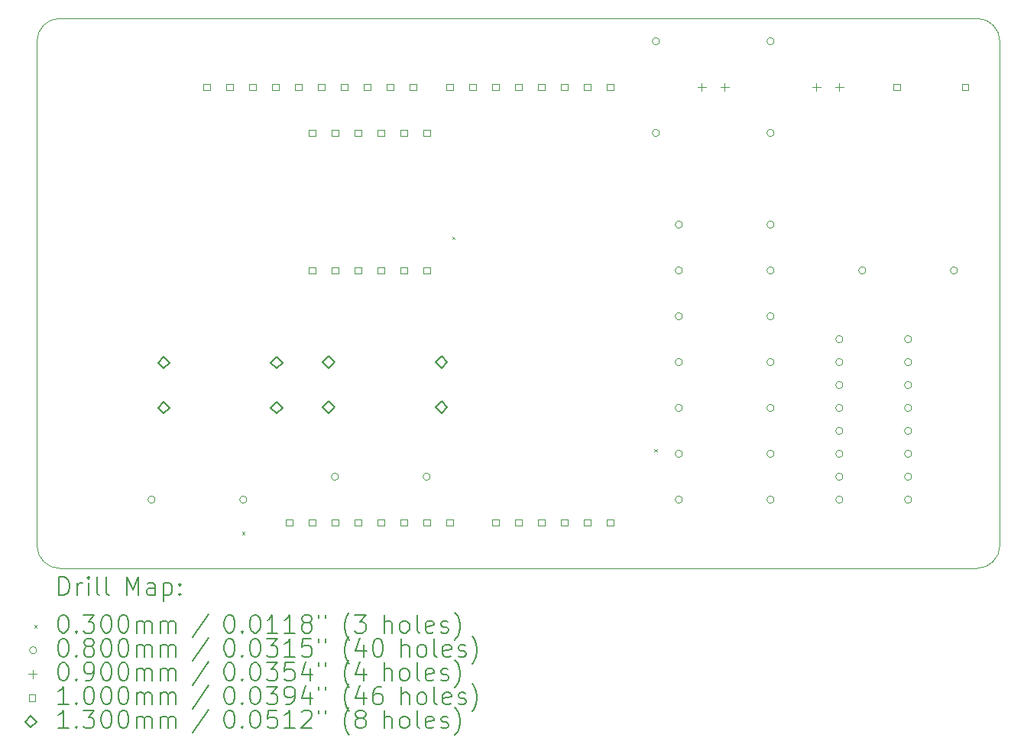
<source format=gbr>
%TF.GenerationSoftware,KiCad,Pcbnew,(7.0.0)*%
%TF.CreationDate,2023-04-11T17:04:37-06:00*%
%TF.ProjectId,EmbeddedSystemsPhaseA,456d6265-6464-4656-9453-797374656d73,rev?*%
%TF.SameCoordinates,Original*%
%TF.FileFunction,Drillmap*%
%TF.FilePolarity,Positive*%
%FSLAX45Y45*%
G04 Gerber Fmt 4.5, Leading zero omitted, Abs format (unit mm)*
G04 Created by KiCad (PCBNEW (7.0.0)) date 2023-04-11 17:04:37*
%MOMM*%
%LPD*%
G01*
G04 APERTURE LIST*
%ADD10C,0.050000*%
%ADD11C,0.200000*%
%ADD12C,0.030000*%
%ADD13C,0.080000*%
%ADD14C,0.090000*%
%ADD15C,0.100000*%
%ADD16C,0.130000*%
G04 APERTURE END LIST*
D10*
X10254000Y-4158000D02*
G75*
G03*
X10000000Y-4412000I0J-254000D01*
G01*
X10000000Y-4412000D02*
X10000000Y-10000000D01*
X20668000Y-4412000D02*
X20668000Y-10000000D01*
X20414000Y-10254000D02*
G75*
G03*
X20668000Y-10000000I0J254000D01*
G01*
X10000000Y-10000000D02*
G75*
G03*
X10254000Y-10254000I254000J0D01*
G01*
X20668000Y-4412000D02*
G75*
G03*
X20414000Y-4158000I-254000J0D01*
G01*
X10254000Y-4158000D02*
X20414000Y-4158000D01*
X10254000Y-10254000D02*
X20414000Y-10254000D01*
D11*
D12*
X12271000Y-9847080D02*
X12301000Y-9877080D01*
X12301000Y-9847080D02*
X12271000Y-9877080D01*
X14601590Y-6575930D02*
X14631590Y-6605930D01*
X14631590Y-6575930D02*
X14601590Y-6605930D01*
X16841900Y-8931080D02*
X16871900Y-8961080D01*
X16871900Y-8931080D02*
X16841900Y-8961080D01*
D13*
X11310000Y-9492000D02*
G75*
G03*
X11310000Y-9492000I-40000J0D01*
G01*
X12326000Y-9492000D02*
G75*
G03*
X12326000Y-9492000I-40000J0D01*
G01*
X13342000Y-9238000D02*
G75*
G03*
X13342000Y-9238000I-40000J0D01*
G01*
X14358000Y-9238000D02*
G75*
G03*
X14358000Y-9238000I-40000J0D01*
G01*
X16898000Y-4412000D02*
G75*
G03*
X16898000Y-4412000I-40000J0D01*
G01*
X16898000Y-5428000D02*
G75*
G03*
X16898000Y-5428000I-40000J0D01*
G01*
X17152000Y-6444000D02*
G75*
G03*
X17152000Y-6444000I-40000J0D01*
G01*
X17152000Y-6952000D02*
G75*
G03*
X17152000Y-6952000I-40000J0D01*
G01*
X17152000Y-7460000D02*
G75*
G03*
X17152000Y-7460000I-40000J0D01*
G01*
X17152000Y-7968000D02*
G75*
G03*
X17152000Y-7968000I-40000J0D01*
G01*
X17152000Y-8476000D02*
G75*
G03*
X17152000Y-8476000I-40000J0D01*
G01*
X17152000Y-8984000D02*
G75*
G03*
X17152000Y-8984000I-40000J0D01*
G01*
X17152000Y-9492000D02*
G75*
G03*
X17152000Y-9492000I-40000J0D01*
G01*
X18168000Y-4412000D02*
G75*
G03*
X18168000Y-4412000I-40000J0D01*
G01*
X18168000Y-5428000D02*
G75*
G03*
X18168000Y-5428000I-40000J0D01*
G01*
X18168000Y-6444000D02*
G75*
G03*
X18168000Y-6444000I-40000J0D01*
G01*
X18168000Y-6952000D02*
G75*
G03*
X18168000Y-6952000I-40000J0D01*
G01*
X18168000Y-7460000D02*
G75*
G03*
X18168000Y-7460000I-40000J0D01*
G01*
X18168000Y-7968000D02*
G75*
G03*
X18168000Y-7968000I-40000J0D01*
G01*
X18168000Y-8476000D02*
G75*
G03*
X18168000Y-8476000I-40000J0D01*
G01*
X18168000Y-8984000D02*
G75*
G03*
X18168000Y-8984000I-40000J0D01*
G01*
X18168000Y-9492000D02*
G75*
G03*
X18168000Y-9492000I-40000J0D01*
G01*
X18930000Y-7714000D02*
G75*
G03*
X18930000Y-7714000I-40000J0D01*
G01*
X18930000Y-7968000D02*
G75*
G03*
X18930000Y-7968000I-40000J0D01*
G01*
X18930000Y-8222000D02*
G75*
G03*
X18930000Y-8222000I-40000J0D01*
G01*
X18930000Y-8476000D02*
G75*
G03*
X18930000Y-8476000I-40000J0D01*
G01*
X18930000Y-8730000D02*
G75*
G03*
X18930000Y-8730000I-40000J0D01*
G01*
X18930000Y-8984000D02*
G75*
G03*
X18930000Y-8984000I-40000J0D01*
G01*
X18930000Y-9238000D02*
G75*
G03*
X18930000Y-9238000I-40000J0D01*
G01*
X18930000Y-9492000D02*
G75*
G03*
X18930000Y-9492000I-40000J0D01*
G01*
X19184000Y-6952000D02*
G75*
G03*
X19184000Y-6952000I-40000J0D01*
G01*
X19692000Y-7714000D02*
G75*
G03*
X19692000Y-7714000I-40000J0D01*
G01*
X19692000Y-7968000D02*
G75*
G03*
X19692000Y-7968000I-40000J0D01*
G01*
X19692000Y-8222000D02*
G75*
G03*
X19692000Y-8222000I-40000J0D01*
G01*
X19692000Y-8476000D02*
G75*
G03*
X19692000Y-8476000I-40000J0D01*
G01*
X19692000Y-8730000D02*
G75*
G03*
X19692000Y-8730000I-40000J0D01*
G01*
X19692000Y-8984000D02*
G75*
G03*
X19692000Y-8984000I-40000J0D01*
G01*
X19692000Y-9238000D02*
G75*
G03*
X19692000Y-9238000I-40000J0D01*
G01*
X19692000Y-9492000D02*
G75*
G03*
X19692000Y-9492000I-40000J0D01*
G01*
X20200000Y-6952000D02*
G75*
G03*
X20200000Y-6952000I-40000J0D01*
G01*
D14*
X17366000Y-4875000D02*
X17366000Y-4965000D01*
X17321000Y-4920000D02*
X17411000Y-4920000D01*
X17620000Y-4875000D02*
X17620000Y-4965000D01*
X17575000Y-4920000D02*
X17665000Y-4920000D01*
X18636000Y-4875000D02*
X18636000Y-4965000D01*
X18591000Y-4920000D02*
X18681000Y-4920000D01*
X18890000Y-4875000D02*
X18890000Y-4965000D01*
X18845000Y-4920000D02*
X18935000Y-4920000D01*
D15*
X11914956Y-4955356D02*
X11914956Y-4884644D01*
X11844244Y-4884644D01*
X11844244Y-4955356D01*
X11914956Y-4955356D01*
X12168956Y-4955356D02*
X12168956Y-4884644D01*
X12098244Y-4884644D01*
X12098244Y-4955356D01*
X12168956Y-4955356D01*
X12422956Y-4955356D02*
X12422956Y-4884644D01*
X12352244Y-4884644D01*
X12352244Y-4955356D01*
X12422956Y-4955356D01*
X12676956Y-4955356D02*
X12676956Y-4884644D01*
X12606244Y-4884644D01*
X12606244Y-4955356D01*
X12676956Y-4955356D01*
X12829356Y-9781356D02*
X12829356Y-9710644D01*
X12758644Y-9710644D01*
X12758644Y-9781356D01*
X12829356Y-9781356D01*
X12930956Y-4955356D02*
X12930956Y-4884644D01*
X12860244Y-4884644D01*
X12860244Y-4955356D01*
X12930956Y-4955356D01*
X13083356Y-5463356D02*
X13083356Y-5392644D01*
X13012644Y-5392644D01*
X13012644Y-5463356D01*
X13083356Y-5463356D01*
X13083356Y-6987356D02*
X13083356Y-6916644D01*
X13012644Y-6916644D01*
X13012644Y-6987356D01*
X13083356Y-6987356D01*
X13083356Y-9781356D02*
X13083356Y-9710644D01*
X13012644Y-9710644D01*
X13012644Y-9781356D01*
X13083356Y-9781356D01*
X13184956Y-4955356D02*
X13184956Y-4884644D01*
X13114244Y-4884644D01*
X13114244Y-4955356D01*
X13184956Y-4955356D01*
X13337356Y-5463356D02*
X13337356Y-5392644D01*
X13266644Y-5392644D01*
X13266644Y-5463356D01*
X13337356Y-5463356D01*
X13337356Y-6987356D02*
X13337356Y-6916644D01*
X13266644Y-6916644D01*
X13266644Y-6987356D01*
X13337356Y-6987356D01*
X13337356Y-9781356D02*
X13337356Y-9710644D01*
X13266644Y-9710644D01*
X13266644Y-9781356D01*
X13337356Y-9781356D01*
X13438956Y-4955356D02*
X13438956Y-4884644D01*
X13368244Y-4884644D01*
X13368244Y-4955356D01*
X13438956Y-4955356D01*
X13591356Y-5463356D02*
X13591356Y-5392644D01*
X13520644Y-5392644D01*
X13520644Y-5463356D01*
X13591356Y-5463356D01*
X13591356Y-6987356D02*
X13591356Y-6916644D01*
X13520644Y-6916644D01*
X13520644Y-6987356D01*
X13591356Y-6987356D01*
X13591356Y-9781356D02*
X13591356Y-9710644D01*
X13520644Y-9710644D01*
X13520644Y-9781356D01*
X13591356Y-9781356D01*
X13692956Y-4955356D02*
X13692956Y-4884644D01*
X13622244Y-4884644D01*
X13622244Y-4955356D01*
X13692956Y-4955356D01*
X13845356Y-5463356D02*
X13845356Y-5392644D01*
X13774644Y-5392644D01*
X13774644Y-5463356D01*
X13845356Y-5463356D01*
X13845356Y-6987356D02*
X13845356Y-6916644D01*
X13774644Y-6916644D01*
X13774644Y-6987356D01*
X13845356Y-6987356D01*
X13845356Y-9781356D02*
X13845356Y-9710644D01*
X13774644Y-9710644D01*
X13774644Y-9781356D01*
X13845356Y-9781356D01*
X13946956Y-4955356D02*
X13946956Y-4884644D01*
X13876244Y-4884644D01*
X13876244Y-4955356D01*
X13946956Y-4955356D01*
X14099356Y-5463356D02*
X14099356Y-5392644D01*
X14028644Y-5392644D01*
X14028644Y-5463356D01*
X14099356Y-5463356D01*
X14099356Y-6987356D02*
X14099356Y-6916644D01*
X14028644Y-6916644D01*
X14028644Y-6987356D01*
X14099356Y-6987356D01*
X14099356Y-9781356D02*
X14099356Y-9710644D01*
X14028644Y-9710644D01*
X14028644Y-9781356D01*
X14099356Y-9781356D01*
X14200956Y-4955356D02*
X14200956Y-4884644D01*
X14130244Y-4884644D01*
X14130244Y-4955356D01*
X14200956Y-4955356D01*
X14353356Y-5463356D02*
X14353356Y-5392644D01*
X14282644Y-5392644D01*
X14282644Y-5463356D01*
X14353356Y-5463356D01*
X14353356Y-6987356D02*
X14353356Y-6916644D01*
X14282644Y-6916644D01*
X14282644Y-6987356D01*
X14353356Y-6987356D01*
X14353356Y-9781356D02*
X14353356Y-9710644D01*
X14282644Y-9710644D01*
X14282644Y-9781356D01*
X14353356Y-9781356D01*
X14607356Y-4955356D02*
X14607356Y-4884644D01*
X14536644Y-4884644D01*
X14536644Y-4955356D01*
X14607356Y-4955356D01*
X14607356Y-9781356D02*
X14607356Y-9710644D01*
X14536644Y-9710644D01*
X14536644Y-9781356D01*
X14607356Y-9781356D01*
X14861356Y-4955356D02*
X14861356Y-4884644D01*
X14790644Y-4884644D01*
X14790644Y-4955356D01*
X14861356Y-4955356D01*
X15115356Y-4955356D02*
X15115356Y-4884644D01*
X15044644Y-4884644D01*
X15044644Y-4955356D01*
X15115356Y-4955356D01*
X15115356Y-9781356D02*
X15115356Y-9710644D01*
X15044644Y-9710644D01*
X15044644Y-9781356D01*
X15115356Y-9781356D01*
X15369356Y-4955356D02*
X15369356Y-4884644D01*
X15298644Y-4884644D01*
X15298644Y-4955356D01*
X15369356Y-4955356D01*
X15369356Y-9781356D02*
X15369356Y-9710644D01*
X15298644Y-9710644D01*
X15298644Y-9781356D01*
X15369356Y-9781356D01*
X15623356Y-4955356D02*
X15623356Y-4884644D01*
X15552644Y-4884644D01*
X15552644Y-4955356D01*
X15623356Y-4955356D01*
X15623356Y-9781356D02*
X15623356Y-9710644D01*
X15552644Y-9710644D01*
X15552644Y-9781356D01*
X15623356Y-9781356D01*
X15877356Y-4955356D02*
X15877356Y-4884644D01*
X15806644Y-4884644D01*
X15806644Y-4955356D01*
X15877356Y-4955356D01*
X15877356Y-9781356D02*
X15877356Y-9710644D01*
X15806644Y-9710644D01*
X15806644Y-9781356D01*
X15877356Y-9781356D01*
X16131356Y-4955356D02*
X16131356Y-4884644D01*
X16060644Y-4884644D01*
X16060644Y-4955356D01*
X16131356Y-4955356D01*
X16131356Y-9781356D02*
X16131356Y-9710644D01*
X16060644Y-9710644D01*
X16060644Y-9781356D01*
X16131356Y-9781356D01*
X16385356Y-4955356D02*
X16385356Y-4884644D01*
X16314644Y-4884644D01*
X16314644Y-4955356D01*
X16385356Y-4955356D01*
X16385356Y-9781356D02*
X16385356Y-9710644D01*
X16314644Y-9710644D01*
X16314644Y-9781356D01*
X16385356Y-9781356D01*
X19561356Y-4955356D02*
X19561356Y-4884644D01*
X19490644Y-4884644D01*
X19490644Y-4955356D01*
X19561356Y-4955356D01*
X20321356Y-4955356D02*
X20321356Y-4884644D01*
X20250644Y-4884644D01*
X20250644Y-4955356D01*
X20321356Y-4955356D01*
D16*
X11406000Y-8037000D02*
X11471000Y-7972000D01*
X11406000Y-7907000D01*
X11341000Y-7972000D01*
X11406000Y-8037000D01*
X11406000Y-8537000D02*
X11471000Y-8472000D01*
X11406000Y-8407000D01*
X11341000Y-8472000D01*
X11406000Y-8537000D01*
X12656000Y-8037000D02*
X12721000Y-7972000D01*
X12656000Y-7907000D01*
X12591000Y-7972000D01*
X12656000Y-8037000D01*
X12656000Y-8537000D02*
X12721000Y-8472000D01*
X12656000Y-8407000D01*
X12591000Y-8472000D01*
X12656000Y-8537000D01*
X13232500Y-8033000D02*
X13297500Y-7968000D01*
X13232500Y-7903000D01*
X13167500Y-7968000D01*
X13232500Y-8033000D01*
X13232500Y-8533000D02*
X13297500Y-8468000D01*
X13232500Y-8403000D01*
X13167500Y-8468000D01*
X13232500Y-8533000D01*
X14482500Y-8033000D02*
X14547500Y-7968000D01*
X14482500Y-7903000D01*
X14417500Y-7968000D01*
X14482500Y-8033000D01*
X14482500Y-8533000D02*
X14547500Y-8468000D01*
X14482500Y-8403000D01*
X14417500Y-8468000D01*
X14482500Y-8533000D01*
D11*
X10245119Y-10549976D02*
X10245119Y-10349976D01*
X10245119Y-10349976D02*
X10292738Y-10349976D01*
X10292738Y-10349976D02*
X10321309Y-10359500D01*
X10321309Y-10359500D02*
X10340357Y-10378548D01*
X10340357Y-10378548D02*
X10349881Y-10397595D01*
X10349881Y-10397595D02*
X10359405Y-10435690D01*
X10359405Y-10435690D02*
X10359405Y-10464262D01*
X10359405Y-10464262D02*
X10349881Y-10502357D01*
X10349881Y-10502357D02*
X10340357Y-10521405D01*
X10340357Y-10521405D02*
X10321309Y-10540452D01*
X10321309Y-10540452D02*
X10292738Y-10549976D01*
X10292738Y-10549976D02*
X10245119Y-10549976D01*
X10445119Y-10549976D02*
X10445119Y-10416643D01*
X10445119Y-10454738D02*
X10454643Y-10435690D01*
X10454643Y-10435690D02*
X10464167Y-10426167D01*
X10464167Y-10426167D02*
X10483214Y-10416643D01*
X10483214Y-10416643D02*
X10502262Y-10416643D01*
X10568928Y-10549976D02*
X10568928Y-10416643D01*
X10568928Y-10349976D02*
X10559405Y-10359500D01*
X10559405Y-10359500D02*
X10568928Y-10369024D01*
X10568928Y-10369024D02*
X10578452Y-10359500D01*
X10578452Y-10359500D02*
X10568928Y-10349976D01*
X10568928Y-10349976D02*
X10568928Y-10369024D01*
X10692738Y-10549976D02*
X10673690Y-10540452D01*
X10673690Y-10540452D02*
X10664167Y-10521405D01*
X10664167Y-10521405D02*
X10664167Y-10349976D01*
X10797500Y-10549976D02*
X10778452Y-10540452D01*
X10778452Y-10540452D02*
X10768928Y-10521405D01*
X10768928Y-10521405D02*
X10768928Y-10349976D01*
X10993690Y-10549976D02*
X10993690Y-10349976D01*
X10993690Y-10349976D02*
X11060357Y-10492833D01*
X11060357Y-10492833D02*
X11127024Y-10349976D01*
X11127024Y-10349976D02*
X11127024Y-10549976D01*
X11307976Y-10549976D02*
X11307976Y-10445214D01*
X11307976Y-10445214D02*
X11298452Y-10426167D01*
X11298452Y-10426167D02*
X11279405Y-10416643D01*
X11279405Y-10416643D02*
X11241309Y-10416643D01*
X11241309Y-10416643D02*
X11222262Y-10426167D01*
X11307976Y-10540452D02*
X11288928Y-10549976D01*
X11288928Y-10549976D02*
X11241309Y-10549976D01*
X11241309Y-10549976D02*
X11222262Y-10540452D01*
X11222262Y-10540452D02*
X11212738Y-10521405D01*
X11212738Y-10521405D02*
X11212738Y-10502357D01*
X11212738Y-10502357D02*
X11222262Y-10483310D01*
X11222262Y-10483310D02*
X11241309Y-10473786D01*
X11241309Y-10473786D02*
X11288928Y-10473786D01*
X11288928Y-10473786D02*
X11307976Y-10464262D01*
X11403214Y-10416643D02*
X11403214Y-10616643D01*
X11403214Y-10426167D02*
X11422262Y-10416643D01*
X11422262Y-10416643D02*
X11460357Y-10416643D01*
X11460357Y-10416643D02*
X11479405Y-10426167D01*
X11479405Y-10426167D02*
X11488928Y-10435690D01*
X11488928Y-10435690D02*
X11498452Y-10454738D01*
X11498452Y-10454738D02*
X11498452Y-10511881D01*
X11498452Y-10511881D02*
X11488928Y-10530929D01*
X11488928Y-10530929D02*
X11479405Y-10540452D01*
X11479405Y-10540452D02*
X11460357Y-10549976D01*
X11460357Y-10549976D02*
X11422262Y-10549976D01*
X11422262Y-10549976D02*
X11403214Y-10540452D01*
X11584166Y-10530929D02*
X11593690Y-10540452D01*
X11593690Y-10540452D02*
X11584166Y-10549976D01*
X11584166Y-10549976D02*
X11574643Y-10540452D01*
X11574643Y-10540452D02*
X11584166Y-10530929D01*
X11584166Y-10530929D02*
X11584166Y-10549976D01*
X11584166Y-10426167D02*
X11593690Y-10435690D01*
X11593690Y-10435690D02*
X11584166Y-10445214D01*
X11584166Y-10445214D02*
X11574643Y-10435690D01*
X11574643Y-10435690D02*
X11584166Y-10426167D01*
X11584166Y-10426167D02*
X11584166Y-10445214D01*
D12*
X9967500Y-10881500D02*
X9997500Y-10911500D01*
X9997500Y-10881500D02*
X9967500Y-10911500D01*
D11*
X10283214Y-10769976D02*
X10302262Y-10769976D01*
X10302262Y-10769976D02*
X10321309Y-10779500D01*
X10321309Y-10779500D02*
X10330833Y-10789024D01*
X10330833Y-10789024D02*
X10340357Y-10808071D01*
X10340357Y-10808071D02*
X10349881Y-10846167D01*
X10349881Y-10846167D02*
X10349881Y-10893786D01*
X10349881Y-10893786D02*
X10340357Y-10931881D01*
X10340357Y-10931881D02*
X10330833Y-10950929D01*
X10330833Y-10950929D02*
X10321309Y-10960452D01*
X10321309Y-10960452D02*
X10302262Y-10969976D01*
X10302262Y-10969976D02*
X10283214Y-10969976D01*
X10283214Y-10969976D02*
X10264167Y-10960452D01*
X10264167Y-10960452D02*
X10254643Y-10950929D01*
X10254643Y-10950929D02*
X10245119Y-10931881D01*
X10245119Y-10931881D02*
X10235595Y-10893786D01*
X10235595Y-10893786D02*
X10235595Y-10846167D01*
X10235595Y-10846167D02*
X10245119Y-10808071D01*
X10245119Y-10808071D02*
X10254643Y-10789024D01*
X10254643Y-10789024D02*
X10264167Y-10779500D01*
X10264167Y-10779500D02*
X10283214Y-10769976D01*
X10435595Y-10950929D02*
X10445119Y-10960452D01*
X10445119Y-10960452D02*
X10435595Y-10969976D01*
X10435595Y-10969976D02*
X10426071Y-10960452D01*
X10426071Y-10960452D02*
X10435595Y-10950929D01*
X10435595Y-10950929D02*
X10435595Y-10969976D01*
X10511786Y-10769976D02*
X10635595Y-10769976D01*
X10635595Y-10769976D02*
X10568928Y-10846167D01*
X10568928Y-10846167D02*
X10597500Y-10846167D01*
X10597500Y-10846167D02*
X10616548Y-10855690D01*
X10616548Y-10855690D02*
X10626071Y-10865214D01*
X10626071Y-10865214D02*
X10635595Y-10884262D01*
X10635595Y-10884262D02*
X10635595Y-10931881D01*
X10635595Y-10931881D02*
X10626071Y-10950929D01*
X10626071Y-10950929D02*
X10616548Y-10960452D01*
X10616548Y-10960452D02*
X10597500Y-10969976D01*
X10597500Y-10969976D02*
X10540357Y-10969976D01*
X10540357Y-10969976D02*
X10521309Y-10960452D01*
X10521309Y-10960452D02*
X10511786Y-10950929D01*
X10759405Y-10769976D02*
X10778452Y-10769976D01*
X10778452Y-10769976D02*
X10797500Y-10779500D01*
X10797500Y-10779500D02*
X10807024Y-10789024D01*
X10807024Y-10789024D02*
X10816548Y-10808071D01*
X10816548Y-10808071D02*
X10826071Y-10846167D01*
X10826071Y-10846167D02*
X10826071Y-10893786D01*
X10826071Y-10893786D02*
X10816548Y-10931881D01*
X10816548Y-10931881D02*
X10807024Y-10950929D01*
X10807024Y-10950929D02*
X10797500Y-10960452D01*
X10797500Y-10960452D02*
X10778452Y-10969976D01*
X10778452Y-10969976D02*
X10759405Y-10969976D01*
X10759405Y-10969976D02*
X10740357Y-10960452D01*
X10740357Y-10960452D02*
X10730833Y-10950929D01*
X10730833Y-10950929D02*
X10721309Y-10931881D01*
X10721309Y-10931881D02*
X10711786Y-10893786D01*
X10711786Y-10893786D02*
X10711786Y-10846167D01*
X10711786Y-10846167D02*
X10721309Y-10808071D01*
X10721309Y-10808071D02*
X10730833Y-10789024D01*
X10730833Y-10789024D02*
X10740357Y-10779500D01*
X10740357Y-10779500D02*
X10759405Y-10769976D01*
X10949881Y-10769976D02*
X10968929Y-10769976D01*
X10968929Y-10769976D02*
X10987976Y-10779500D01*
X10987976Y-10779500D02*
X10997500Y-10789024D01*
X10997500Y-10789024D02*
X11007024Y-10808071D01*
X11007024Y-10808071D02*
X11016548Y-10846167D01*
X11016548Y-10846167D02*
X11016548Y-10893786D01*
X11016548Y-10893786D02*
X11007024Y-10931881D01*
X11007024Y-10931881D02*
X10997500Y-10950929D01*
X10997500Y-10950929D02*
X10987976Y-10960452D01*
X10987976Y-10960452D02*
X10968929Y-10969976D01*
X10968929Y-10969976D02*
X10949881Y-10969976D01*
X10949881Y-10969976D02*
X10930833Y-10960452D01*
X10930833Y-10960452D02*
X10921309Y-10950929D01*
X10921309Y-10950929D02*
X10911786Y-10931881D01*
X10911786Y-10931881D02*
X10902262Y-10893786D01*
X10902262Y-10893786D02*
X10902262Y-10846167D01*
X10902262Y-10846167D02*
X10911786Y-10808071D01*
X10911786Y-10808071D02*
X10921309Y-10789024D01*
X10921309Y-10789024D02*
X10930833Y-10779500D01*
X10930833Y-10779500D02*
X10949881Y-10769976D01*
X11102262Y-10969976D02*
X11102262Y-10836643D01*
X11102262Y-10855690D02*
X11111786Y-10846167D01*
X11111786Y-10846167D02*
X11130833Y-10836643D01*
X11130833Y-10836643D02*
X11159405Y-10836643D01*
X11159405Y-10836643D02*
X11178452Y-10846167D01*
X11178452Y-10846167D02*
X11187976Y-10865214D01*
X11187976Y-10865214D02*
X11187976Y-10969976D01*
X11187976Y-10865214D02*
X11197500Y-10846167D01*
X11197500Y-10846167D02*
X11216547Y-10836643D01*
X11216547Y-10836643D02*
X11245119Y-10836643D01*
X11245119Y-10836643D02*
X11264167Y-10846167D01*
X11264167Y-10846167D02*
X11273690Y-10865214D01*
X11273690Y-10865214D02*
X11273690Y-10969976D01*
X11368928Y-10969976D02*
X11368928Y-10836643D01*
X11368928Y-10855690D02*
X11378452Y-10846167D01*
X11378452Y-10846167D02*
X11397500Y-10836643D01*
X11397500Y-10836643D02*
X11426071Y-10836643D01*
X11426071Y-10836643D02*
X11445119Y-10846167D01*
X11445119Y-10846167D02*
X11454643Y-10865214D01*
X11454643Y-10865214D02*
X11454643Y-10969976D01*
X11454643Y-10865214D02*
X11464167Y-10846167D01*
X11464167Y-10846167D02*
X11483214Y-10836643D01*
X11483214Y-10836643D02*
X11511786Y-10836643D01*
X11511786Y-10836643D02*
X11530833Y-10846167D01*
X11530833Y-10846167D02*
X11540357Y-10865214D01*
X11540357Y-10865214D02*
X11540357Y-10969976D01*
X11898452Y-10760452D02*
X11727024Y-11017595D01*
X12123214Y-10769976D02*
X12142262Y-10769976D01*
X12142262Y-10769976D02*
X12161309Y-10779500D01*
X12161309Y-10779500D02*
X12170833Y-10789024D01*
X12170833Y-10789024D02*
X12180357Y-10808071D01*
X12180357Y-10808071D02*
X12189881Y-10846167D01*
X12189881Y-10846167D02*
X12189881Y-10893786D01*
X12189881Y-10893786D02*
X12180357Y-10931881D01*
X12180357Y-10931881D02*
X12170833Y-10950929D01*
X12170833Y-10950929D02*
X12161309Y-10960452D01*
X12161309Y-10960452D02*
X12142262Y-10969976D01*
X12142262Y-10969976D02*
X12123214Y-10969976D01*
X12123214Y-10969976D02*
X12104167Y-10960452D01*
X12104167Y-10960452D02*
X12094643Y-10950929D01*
X12094643Y-10950929D02*
X12085119Y-10931881D01*
X12085119Y-10931881D02*
X12075595Y-10893786D01*
X12075595Y-10893786D02*
X12075595Y-10846167D01*
X12075595Y-10846167D02*
X12085119Y-10808071D01*
X12085119Y-10808071D02*
X12094643Y-10789024D01*
X12094643Y-10789024D02*
X12104167Y-10779500D01*
X12104167Y-10779500D02*
X12123214Y-10769976D01*
X12275595Y-10950929D02*
X12285119Y-10960452D01*
X12285119Y-10960452D02*
X12275595Y-10969976D01*
X12275595Y-10969976D02*
X12266071Y-10960452D01*
X12266071Y-10960452D02*
X12275595Y-10950929D01*
X12275595Y-10950929D02*
X12275595Y-10969976D01*
X12408928Y-10769976D02*
X12427976Y-10769976D01*
X12427976Y-10769976D02*
X12447024Y-10779500D01*
X12447024Y-10779500D02*
X12456548Y-10789024D01*
X12456548Y-10789024D02*
X12466071Y-10808071D01*
X12466071Y-10808071D02*
X12475595Y-10846167D01*
X12475595Y-10846167D02*
X12475595Y-10893786D01*
X12475595Y-10893786D02*
X12466071Y-10931881D01*
X12466071Y-10931881D02*
X12456548Y-10950929D01*
X12456548Y-10950929D02*
X12447024Y-10960452D01*
X12447024Y-10960452D02*
X12427976Y-10969976D01*
X12427976Y-10969976D02*
X12408928Y-10969976D01*
X12408928Y-10969976D02*
X12389881Y-10960452D01*
X12389881Y-10960452D02*
X12380357Y-10950929D01*
X12380357Y-10950929D02*
X12370833Y-10931881D01*
X12370833Y-10931881D02*
X12361309Y-10893786D01*
X12361309Y-10893786D02*
X12361309Y-10846167D01*
X12361309Y-10846167D02*
X12370833Y-10808071D01*
X12370833Y-10808071D02*
X12380357Y-10789024D01*
X12380357Y-10789024D02*
X12389881Y-10779500D01*
X12389881Y-10779500D02*
X12408928Y-10769976D01*
X12666071Y-10969976D02*
X12551786Y-10969976D01*
X12608928Y-10969976D02*
X12608928Y-10769976D01*
X12608928Y-10769976D02*
X12589881Y-10798548D01*
X12589881Y-10798548D02*
X12570833Y-10817595D01*
X12570833Y-10817595D02*
X12551786Y-10827119D01*
X12856548Y-10969976D02*
X12742262Y-10969976D01*
X12799405Y-10969976D02*
X12799405Y-10769976D01*
X12799405Y-10769976D02*
X12780357Y-10798548D01*
X12780357Y-10798548D02*
X12761309Y-10817595D01*
X12761309Y-10817595D02*
X12742262Y-10827119D01*
X12970833Y-10855690D02*
X12951786Y-10846167D01*
X12951786Y-10846167D02*
X12942262Y-10836643D01*
X12942262Y-10836643D02*
X12932738Y-10817595D01*
X12932738Y-10817595D02*
X12932738Y-10808071D01*
X12932738Y-10808071D02*
X12942262Y-10789024D01*
X12942262Y-10789024D02*
X12951786Y-10779500D01*
X12951786Y-10779500D02*
X12970833Y-10769976D01*
X12970833Y-10769976D02*
X13008929Y-10769976D01*
X13008929Y-10769976D02*
X13027976Y-10779500D01*
X13027976Y-10779500D02*
X13037500Y-10789024D01*
X13037500Y-10789024D02*
X13047024Y-10808071D01*
X13047024Y-10808071D02*
X13047024Y-10817595D01*
X13047024Y-10817595D02*
X13037500Y-10836643D01*
X13037500Y-10836643D02*
X13027976Y-10846167D01*
X13027976Y-10846167D02*
X13008929Y-10855690D01*
X13008929Y-10855690D02*
X12970833Y-10855690D01*
X12970833Y-10855690D02*
X12951786Y-10865214D01*
X12951786Y-10865214D02*
X12942262Y-10874738D01*
X12942262Y-10874738D02*
X12932738Y-10893786D01*
X12932738Y-10893786D02*
X12932738Y-10931881D01*
X12932738Y-10931881D02*
X12942262Y-10950929D01*
X12942262Y-10950929D02*
X12951786Y-10960452D01*
X12951786Y-10960452D02*
X12970833Y-10969976D01*
X12970833Y-10969976D02*
X13008929Y-10969976D01*
X13008929Y-10969976D02*
X13027976Y-10960452D01*
X13027976Y-10960452D02*
X13037500Y-10950929D01*
X13037500Y-10950929D02*
X13047024Y-10931881D01*
X13047024Y-10931881D02*
X13047024Y-10893786D01*
X13047024Y-10893786D02*
X13037500Y-10874738D01*
X13037500Y-10874738D02*
X13027976Y-10865214D01*
X13027976Y-10865214D02*
X13008929Y-10855690D01*
X13123214Y-10769976D02*
X13123214Y-10808071D01*
X13199405Y-10769976D02*
X13199405Y-10808071D01*
X13462262Y-11046167D02*
X13452738Y-11036643D01*
X13452738Y-11036643D02*
X13433690Y-11008071D01*
X13433690Y-11008071D02*
X13424167Y-10989024D01*
X13424167Y-10989024D02*
X13414643Y-10960452D01*
X13414643Y-10960452D02*
X13405119Y-10912833D01*
X13405119Y-10912833D02*
X13405119Y-10874738D01*
X13405119Y-10874738D02*
X13414643Y-10827119D01*
X13414643Y-10827119D02*
X13424167Y-10798548D01*
X13424167Y-10798548D02*
X13433690Y-10779500D01*
X13433690Y-10779500D02*
X13452738Y-10750929D01*
X13452738Y-10750929D02*
X13462262Y-10741405D01*
X13519405Y-10769976D02*
X13643214Y-10769976D01*
X13643214Y-10769976D02*
X13576548Y-10846167D01*
X13576548Y-10846167D02*
X13605119Y-10846167D01*
X13605119Y-10846167D02*
X13624167Y-10855690D01*
X13624167Y-10855690D02*
X13633690Y-10865214D01*
X13633690Y-10865214D02*
X13643214Y-10884262D01*
X13643214Y-10884262D02*
X13643214Y-10931881D01*
X13643214Y-10931881D02*
X13633690Y-10950929D01*
X13633690Y-10950929D02*
X13624167Y-10960452D01*
X13624167Y-10960452D02*
X13605119Y-10969976D01*
X13605119Y-10969976D02*
X13547976Y-10969976D01*
X13547976Y-10969976D02*
X13528929Y-10960452D01*
X13528929Y-10960452D02*
X13519405Y-10950929D01*
X13848929Y-10969976D02*
X13848929Y-10769976D01*
X13934643Y-10969976D02*
X13934643Y-10865214D01*
X13934643Y-10865214D02*
X13925119Y-10846167D01*
X13925119Y-10846167D02*
X13906071Y-10836643D01*
X13906071Y-10836643D02*
X13877500Y-10836643D01*
X13877500Y-10836643D02*
X13858452Y-10846167D01*
X13858452Y-10846167D02*
X13848929Y-10855690D01*
X14058452Y-10969976D02*
X14039405Y-10960452D01*
X14039405Y-10960452D02*
X14029881Y-10950929D01*
X14029881Y-10950929D02*
X14020357Y-10931881D01*
X14020357Y-10931881D02*
X14020357Y-10874738D01*
X14020357Y-10874738D02*
X14029881Y-10855690D01*
X14029881Y-10855690D02*
X14039405Y-10846167D01*
X14039405Y-10846167D02*
X14058452Y-10836643D01*
X14058452Y-10836643D02*
X14087024Y-10836643D01*
X14087024Y-10836643D02*
X14106071Y-10846167D01*
X14106071Y-10846167D02*
X14115595Y-10855690D01*
X14115595Y-10855690D02*
X14125119Y-10874738D01*
X14125119Y-10874738D02*
X14125119Y-10931881D01*
X14125119Y-10931881D02*
X14115595Y-10950929D01*
X14115595Y-10950929D02*
X14106071Y-10960452D01*
X14106071Y-10960452D02*
X14087024Y-10969976D01*
X14087024Y-10969976D02*
X14058452Y-10969976D01*
X14239405Y-10969976D02*
X14220357Y-10960452D01*
X14220357Y-10960452D02*
X14210833Y-10941405D01*
X14210833Y-10941405D02*
X14210833Y-10769976D01*
X14391786Y-10960452D02*
X14372738Y-10969976D01*
X14372738Y-10969976D02*
X14334643Y-10969976D01*
X14334643Y-10969976D02*
X14315595Y-10960452D01*
X14315595Y-10960452D02*
X14306071Y-10941405D01*
X14306071Y-10941405D02*
X14306071Y-10865214D01*
X14306071Y-10865214D02*
X14315595Y-10846167D01*
X14315595Y-10846167D02*
X14334643Y-10836643D01*
X14334643Y-10836643D02*
X14372738Y-10836643D01*
X14372738Y-10836643D02*
X14391786Y-10846167D01*
X14391786Y-10846167D02*
X14401310Y-10865214D01*
X14401310Y-10865214D02*
X14401310Y-10884262D01*
X14401310Y-10884262D02*
X14306071Y-10903310D01*
X14477500Y-10960452D02*
X14496548Y-10969976D01*
X14496548Y-10969976D02*
X14534643Y-10969976D01*
X14534643Y-10969976D02*
X14553691Y-10960452D01*
X14553691Y-10960452D02*
X14563214Y-10941405D01*
X14563214Y-10941405D02*
X14563214Y-10931881D01*
X14563214Y-10931881D02*
X14553691Y-10912833D01*
X14553691Y-10912833D02*
X14534643Y-10903310D01*
X14534643Y-10903310D02*
X14506071Y-10903310D01*
X14506071Y-10903310D02*
X14487024Y-10893786D01*
X14487024Y-10893786D02*
X14477500Y-10874738D01*
X14477500Y-10874738D02*
X14477500Y-10865214D01*
X14477500Y-10865214D02*
X14487024Y-10846167D01*
X14487024Y-10846167D02*
X14506071Y-10836643D01*
X14506071Y-10836643D02*
X14534643Y-10836643D01*
X14534643Y-10836643D02*
X14553691Y-10846167D01*
X14629881Y-11046167D02*
X14639405Y-11036643D01*
X14639405Y-11036643D02*
X14658452Y-11008071D01*
X14658452Y-11008071D02*
X14667976Y-10989024D01*
X14667976Y-10989024D02*
X14677500Y-10960452D01*
X14677500Y-10960452D02*
X14687024Y-10912833D01*
X14687024Y-10912833D02*
X14687024Y-10874738D01*
X14687024Y-10874738D02*
X14677500Y-10827119D01*
X14677500Y-10827119D02*
X14667976Y-10798548D01*
X14667976Y-10798548D02*
X14658452Y-10779500D01*
X14658452Y-10779500D02*
X14639405Y-10750929D01*
X14639405Y-10750929D02*
X14629881Y-10741405D01*
D13*
X9997500Y-11160500D02*
G75*
G03*
X9997500Y-11160500I-40000J0D01*
G01*
D11*
X10283214Y-11033976D02*
X10302262Y-11033976D01*
X10302262Y-11033976D02*
X10321309Y-11043500D01*
X10321309Y-11043500D02*
X10330833Y-11053024D01*
X10330833Y-11053024D02*
X10340357Y-11072071D01*
X10340357Y-11072071D02*
X10349881Y-11110167D01*
X10349881Y-11110167D02*
X10349881Y-11157786D01*
X10349881Y-11157786D02*
X10340357Y-11195881D01*
X10340357Y-11195881D02*
X10330833Y-11214928D01*
X10330833Y-11214928D02*
X10321309Y-11224452D01*
X10321309Y-11224452D02*
X10302262Y-11233976D01*
X10302262Y-11233976D02*
X10283214Y-11233976D01*
X10283214Y-11233976D02*
X10264167Y-11224452D01*
X10264167Y-11224452D02*
X10254643Y-11214928D01*
X10254643Y-11214928D02*
X10245119Y-11195881D01*
X10245119Y-11195881D02*
X10235595Y-11157786D01*
X10235595Y-11157786D02*
X10235595Y-11110167D01*
X10235595Y-11110167D02*
X10245119Y-11072071D01*
X10245119Y-11072071D02*
X10254643Y-11053024D01*
X10254643Y-11053024D02*
X10264167Y-11043500D01*
X10264167Y-11043500D02*
X10283214Y-11033976D01*
X10435595Y-11214928D02*
X10445119Y-11224452D01*
X10445119Y-11224452D02*
X10435595Y-11233976D01*
X10435595Y-11233976D02*
X10426071Y-11224452D01*
X10426071Y-11224452D02*
X10435595Y-11214928D01*
X10435595Y-11214928D02*
X10435595Y-11233976D01*
X10559405Y-11119690D02*
X10540357Y-11110167D01*
X10540357Y-11110167D02*
X10530833Y-11100643D01*
X10530833Y-11100643D02*
X10521309Y-11081595D01*
X10521309Y-11081595D02*
X10521309Y-11072071D01*
X10521309Y-11072071D02*
X10530833Y-11053024D01*
X10530833Y-11053024D02*
X10540357Y-11043500D01*
X10540357Y-11043500D02*
X10559405Y-11033976D01*
X10559405Y-11033976D02*
X10597500Y-11033976D01*
X10597500Y-11033976D02*
X10616548Y-11043500D01*
X10616548Y-11043500D02*
X10626071Y-11053024D01*
X10626071Y-11053024D02*
X10635595Y-11072071D01*
X10635595Y-11072071D02*
X10635595Y-11081595D01*
X10635595Y-11081595D02*
X10626071Y-11100643D01*
X10626071Y-11100643D02*
X10616548Y-11110167D01*
X10616548Y-11110167D02*
X10597500Y-11119690D01*
X10597500Y-11119690D02*
X10559405Y-11119690D01*
X10559405Y-11119690D02*
X10540357Y-11129214D01*
X10540357Y-11129214D02*
X10530833Y-11138738D01*
X10530833Y-11138738D02*
X10521309Y-11157786D01*
X10521309Y-11157786D02*
X10521309Y-11195881D01*
X10521309Y-11195881D02*
X10530833Y-11214928D01*
X10530833Y-11214928D02*
X10540357Y-11224452D01*
X10540357Y-11224452D02*
X10559405Y-11233976D01*
X10559405Y-11233976D02*
X10597500Y-11233976D01*
X10597500Y-11233976D02*
X10616548Y-11224452D01*
X10616548Y-11224452D02*
X10626071Y-11214928D01*
X10626071Y-11214928D02*
X10635595Y-11195881D01*
X10635595Y-11195881D02*
X10635595Y-11157786D01*
X10635595Y-11157786D02*
X10626071Y-11138738D01*
X10626071Y-11138738D02*
X10616548Y-11129214D01*
X10616548Y-11129214D02*
X10597500Y-11119690D01*
X10759405Y-11033976D02*
X10778452Y-11033976D01*
X10778452Y-11033976D02*
X10797500Y-11043500D01*
X10797500Y-11043500D02*
X10807024Y-11053024D01*
X10807024Y-11053024D02*
X10816548Y-11072071D01*
X10816548Y-11072071D02*
X10826071Y-11110167D01*
X10826071Y-11110167D02*
X10826071Y-11157786D01*
X10826071Y-11157786D02*
X10816548Y-11195881D01*
X10816548Y-11195881D02*
X10807024Y-11214928D01*
X10807024Y-11214928D02*
X10797500Y-11224452D01*
X10797500Y-11224452D02*
X10778452Y-11233976D01*
X10778452Y-11233976D02*
X10759405Y-11233976D01*
X10759405Y-11233976D02*
X10740357Y-11224452D01*
X10740357Y-11224452D02*
X10730833Y-11214928D01*
X10730833Y-11214928D02*
X10721309Y-11195881D01*
X10721309Y-11195881D02*
X10711786Y-11157786D01*
X10711786Y-11157786D02*
X10711786Y-11110167D01*
X10711786Y-11110167D02*
X10721309Y-11072071D01*
X10721309Y-11072071D02*
X10730833Y-11053024D01*
X10730833Y-11053024D02*
X10740357Y-11043500D01*
X10740357Y-11043500D02*
X10759405Y-11033976D01*
X10949881Y-11033976D02*
X10968929Y-11033976D01*
X10968929Y-11033976D02*
X10987976Y-11043500D01*
X10987976Y-11043500D02*
X10997500Y-11053024D01*
X10997500Y-11053024D02*
X11007024Y-11072071D01*
X11007024Y-11072071D02*
X11016548Y-11110167D01*
X11016548Y-11110167D02*
X11016548Y-11157786D01*
X11016548Y-11157786D02*
X11007024Y-11195881D01*
X11007024Y-11195881D02*
X10997500Y-11214928D01*
X10997500Y-11214928D02*
X10987976Y-11224452D01*
X10987976Y-11224452D02*
X10968929Y-11233976D01*
X10968929Y-11233976D02*
X10949881Y-11233976D01*
X10949881Y-11233976D02*
X10930833Y-11224452D01*
X10930833Y-11224452D02*
X10921309Y-11214928D01*
X10921309Y-11214928D02*
X10911786Y-11195881D01*
X10911786Y-11195881D02*
X10902262Y-11157786D01*
X10902262Y-11157786D02*
X10902262Y-11110167D01*
X10902262Y-11110167D02*
X10911786Y-11072071D01*
X10911786Y-11072071D02*
X10921309Y-11053024D01*
X10921309Y-11053024D02*
X10930833Y-11043500D01*
X10930833Y-11043500D02*
X10949881Y-11033976D01*
X11102262Y-11233976D02*
X11102262Y-11100643D01*
X11102262Y-11119690D02*
X11111786Y-11110167D01*
X11111786Y-11110167D02*
X11130833Y-11100643D01*
X11130833Y-11100643D02*
X11159405Y-11100643D01*
X11159405Y-11100643D02*
X11178452Y-11110167D01*
X11178452Y-11110167D02*
X11187976Y-11129214D01*
X11187976Y-11129214D02*
X11187976Y-11233976D01*
X11187976Y-11129214D02*
X11197500Y-11110167D01*
X11197500Y-11110167D02*
X11216547Y-11100643D01*
X11216547Y-11100643D02*
X11245119Y-11100643D01*
X11245119Y-11100643D02*
X11264167Y-11110167D01*
X11264167Y-11110167D02*
X11273690Y-11129214D01*
X11273690Y-11129214D02*
X11273690Y-11233976D01*
X11368928Y-11233976D02*
X11368928Y-11100643D01*
X11368928Y-11119690D02*
X11378452Y-11110167D01*
X11378452Y-11110167D02*
X11397500Y-11100643D01*
X11397500Y-11100643D02*
X11426071Y-11100643D01*
X11426071Y-11100643D02*
X11445119Y-11110167D01*
X11445119Y-11110167D02*
X11454643Y-11129214D01*
X11454643Y-11129214D02*
X11454643Y-11233976D01*
X11454643Y-11129214D02*
X11464167Y-11110167D01*
X11464167Y-11110167D02*
X11483214Y-11100643D01*
X11483214Y-11100643D02*
X11511786Y-11100643D01*
X11511786Y-11100643D02*
X11530833Y-11110167D01*
X11530833Y-11110167D02*
X11540357Y-11129214D01*
X11540357Y-11129214D02*
X11540357Y-11233976D01*
X11898452Y-11024452D02*
X11727024Y-11281595D01*
X12123214Y-11033976D02*
X12142262Y-11033976D01*
X12142262Y-11033976D02*
X12161309Y-11043500D01*
X12161309Y-11043500D02*
X12170833Y-11053024D01*
X12170833Y-11053024D02*
X12180357Y-11072071D01*
X12180357Y-11072071D02*
X12189881Y-11110167D01*
X12189881Y-11110167D02*
X12189881Y-11157786D01*
X12189881Y-11157786D02*
X12180357Y-11195881D01*
X12180357Y-11195881D02*
X12170833Y-11214928D01*
X12170833Y-11214928D02*
X12161309Y-11224452D01*
X12161309Y-11224452D02*
X12142262Y-11233976D01*
X12142262Y-11233976D02*
X12123214Y-11233976D01*
X12123214Y-11233976D02*
X12104167Y-11224452D01*
X12104167Y-11224452D02*
X12094643Y-11214928D01*
X12094643Y-11214928D02*
X12085119Y-11195881D01*
X12085119Y-11195881D02*
X12075595Y-11157786D01*
X12075595Y-11157786D02*
X12075595Y-11110167D01*
X12075595Y-11110167D02*
X12085119Y-11072071D01*
X12085119Y-11072071D02*
X12094643Y-11053024D01*
X12094643Y-11053024D02*
X12104167Y-11043500D01*
X12104167Y-11043500D02*
X12123214Y-11033976D01*
X12275595Y-11214928D02*
X12285119Y-11224452D01*
X12285119Y-11224452D02*
X12275595Y-11233976D01*
X12275595Y-11233976D02*
X12266071Y-11224452D01*
X12266071Y-11224452D02*
X12275595Y-11214928D01*
X12275595Y-11214928D02*
X12275595Y-11233976D01*
X12408928Y-11033976D02*
X12427976Y-11033976D01*
X12427976Y-11033976D02*
X12447024Y-11043500D01*
X12447024Y-11043500D02*
X12456548Y-11053024D01*
X12456548Y-11053024D02*
X12466071Y-11072071D01*
X12466071Y-11072071D02*
X12475595Y-11110167D01*
X12475595Y-11110167D02*
X12475595Y-11157786D01*
X12475595Y-11157786D02*
X12466071Y-11195881D01*
X12466071Y-11195881D02*
X12456548Y-11214928D01*
X12456548Y-11214928D02*
X12447024Y-11224452D01*
X12447024Y-11224452D02*
X12427976Y-11233976D01*
X12427976Y-11233976D02*
X12408928Y-11233976D01*
X12408928Y-11233976D02*
X12389881Y-11224452D01*
X12389881Y-11224452D02*
X12380357Y-11214928D01*
X12380357Y-11214928D02*
X12370833Y-11195881D01*
X12370833Y-11195881D02*
X12361309Y-11157786D01*
X12361309Y-11157786D02*
X12361309Y-11110167D01*
X12361309Y-11110167D02*
X12370833Y-11072071D01*
X12370833Y-11072071D02*
X12380357Y-11053024D01*
X12380357Y-11053024D02*
X12389881Y-11043500D01*
X12389881Y-11043500D02*
X12408928Y-11033976D01*
X12542262Y-11033976D02*
X12666071Y-11033976D01*
X12666071Y-11033976D02*
X12599405Y-11110167D01*
X12599405Y-11110167D02*
X12627976Y-11110167D01*
X12627976Y-11110167D02*
X12647024Y-11119690D01*
X12647024Y-11119690D02*
X12656548Y-11129214D01*
X12656548Y-11129214D02*
X12666071Y-11148262D01*
X12666071Y-11148262D02*
X12666071Y-11195881D01*
X12666071Y-11195881D02*
X12656548Y-11214928D01*
X12656548Y-11214928D02*
X12647024Y-11224452D01*
X12647024Y-11224452D02*
X12627976Y-11233976D01*
X12627976Y-11233976D02*
X12570833Y-11233976D01*
X12570833Y-11233976D02*
X12551786Y-11224452D01*
X12551786Y-11224452D02*
X12542262Y-11214928D01*
X12856548Y-11233976D02*
X12742262Y-11233976D01*
X12799405Y-11233976D02*
X12799405Y-11033976D01*
X12799405Y-11033976D02*
X12780357Y-11062548D01*
X12780357Y-11062548D02*
X12761309Y-11081595D01*
X12761309Y-11081595D02*
X12742262Y-11091119D01*
X13037500Y-11033976D02*
X12942262Y-11033976D01*
X12942262Y-11033976D02*
X12932738Y-11129214D01*
X12932738Y-11129214D02*
X12942262Y-11119690D01*
X12942262Y-11119690D02*
X12961309Y-11110167D01*
X12961309Y-11110167D02*
X13008929Y-11110167D01*
X13008929Y-11110167D02*
X13027976Y-11119690D01*
X13027976Y-11119690D02*
X13037500Y-11129214D01*
X13037500Y-11129214D02*
X13047024Y-11148262D01*
X13047024Y-11148262D02*
X13047024Y-11195881D01*
X13047024Y-11195881D02*
X13037500Y-11214928D01*
X13037500Y-11214928D02*
X13027976Y-11224452D01*
X13027976Y-11224452D02*
X13008929Y-11233976D01*
X13008929Y-11233976D02*
X12961309Y-11233976D01*
X12961309Y-11233976D02*
X12942262Y-11224452D01*
X12942262Y-11224452D02*
X12932738Y-11214928D01*
X13123214Y-11033976D02*
X13123214Y-11072071D01*
X13199405Y-11033976D02*
X13199405Y-11072071D01*
X13462262Y-11310167D02*
X13452738Y-11300643D01*
X13452738Y-11300643D02*
X13433690Y-11272071D01*
X13433690Y-11272071D02*
X13424167Y-11253024D01*
X13424167Y-11253024D02*
X13414643Y-11224452D01*
X13414643Y-11224452D02*
X13405119Y-11176833D01*
X13405119Y-11176833D02*
X13405119Y-11138738D01*
X13405119Y-11138738D02*
X13414643Y-11091119D01*
X13414643Y-11091119D02*
X13424167Y-11062548D01*
X13424167Y-11062548D02*
X13433690Y-11043500D01*
X13433690Y-11043500D02*
X13452738Y-11014929D01*
X13452738Y-11014929D02*
X13462262Y-11005405D01*
X13624167Y-11100643D02*
X13624167Y-11233976D01*
X13576548Y-11024452D02*
X13528929Y-11167310D01*
X13528929Y-11167310D02*
X13652738Y-11167310D01*
X13767024Y-11033976D02*
X13786071Y-11033976D01*
X13786071Y-11033976D02*
X13805119Y-11043500D01*
X13805119Y-11043500D02*
X13814643Y-11053024D01*
X13814643Y-11053024D02*
X13824167Y-11072071D01*
X13824167Y-11072071D02*
X13833690Y-11110167D01*
X13833690Y-11110167D02*
X13833690Y-11157786D01*
X13833690Y-11157786D02*
X13824167Y-11195881D01*
X13824167Y-11195881D02*
X13814643Y-11214928D01*
X13814643Y-11214928D02*
X13805119Y-11224452D01*
X13805119Y-11224452D02*
X13786071Y-11233976D01*
X13786071Y-11233976D02*
X13767024Y-11233976D01*
X13767024Y-11233976D02*
X13747976Y-11224452D01*
X13747976Y-11224452D02*
X13738452Y-11214928D01*
X13738452Y-11214928D02*
X13728929Y-11195881D01*
X13728929Y-11195881D02*
X13719405Y-11157786D01*
X13719405Y-11157786D02*
X13719405Y-11110167D01*
X13719405Y-11110167D02*
X13728929Y-11072071D01*
X13728929Y-11072071D02*
X13738452Y-11053024D01*
X13738452Y-11053024D02*
X13747976Y-11043500D01*
X13747976Y-11043500D02*
X13767024Y-11033976D01*
X14039405Y-11233976D02*
X14039405Y-11033976D01*
X14125119Y-11233976D02*
X14125119Y-11129214D01*
X14125119Y-11129214D02*
X14115595Y-11110167D01*
X14115595Y-11110167D02*
X14096548Y-11100643D01*
X14096548Y-11100643D02*
X14067976Y-11100643D01*
X14067976Y-11100643D02*
X14048929Y-11110167D01*
X14048929Y-11110167D02*
X14039405Y-11119690D01*
X14248929Y-11233976D02*
X14229881Y-11224452D01*
X14229881Y-11224452D02*
X14220357Y-11214928D01*
X14220357Y-11214928D02*
X14210833Y-11195881D01*
X14210833Y-11195881D02*
X14210833Y-11138738D01*
X14210833Y-11138738D02*
X14220357Y-11119690D01*
X14220357Y-11119690D02*
X14229881Y-11110167D01*
X14229881Y-11110167D02*
X14248929Y-11100643D01*
X14248929Y-11100643D02*
X14277500Y-11100643D01*
X14277500Y-11100643D02*
X14296548Y-11110167D01*
X14296548Y-11110167D02*
X14306071Y-11119690D01*
X14306071Y-11119690D02*
X14315595Y-11138738D01*
X14315595Y-11138738D02*
X14315595Y-11195881D01*
X14315595Y-11195881D02*
X14306071Y-11214928D01*
X14306071Y-11214928D02*
X14296548Y-11224452D01*
X14296548Y-11224452D02*
X14277500Y-11233976D01*
X14277500Y-11233976D02*
X14248929Y-11233976D01*
X14429881Y-11233976D02*
X14410833Y-11224452D01*
X14410833Y-11224452D02*
X14401310Y-11205405D01*
X14401310Y-11205405D02*
X14401310Y-11033976D01*
X14582262Y-11224452D02*
X14563214Y-11233976D01*
X14563214Y-11233976D02*
X14525119Y-11233976D01*
X14525119Y-11233976D02*
X14506071Y-11224452D01*
X14506071Y-11224452D02*
X14496548Y-11205405D01*
X14496548Y-11205405D02*
X14496548Y-11129214D01*
X14496548Y-11129214D02*
X14506071Y-11110167D01*
X14506071Y-11110167D02*
X14525119Y-11100643D01*
X14525119Y-11100643D02*
X14563214Y-11100643D01*
X14563214Y-11100643D02*
X14582262Y-11110167D01*
X14582262Y-11110167D02*
X14591786Y-11129214D01*
X14591786Y-11129214D02*
X14591786Y-11148262D01*
X14591786Y-11148262D02*
X14496548Y-11167310D01*
X14667976Y-11224452D02*
X14687024Y-11233976D01*
X14687024Y-11233976D02*
X14725119Y-11233976D01*
X14725119Y-11233976D02*
X14744167Y-11224452D01*
X14744167Y-11224452D02*
X14753691Y-11205405D01*
X14753691Y-11205405D02*
X14753691Y-11195881D01*
X14753691Y-11195881D02*
X14744167Y-11176833D01*
X14744167Y-11176833D02*
X14725119Y-11167310D01*
X14725119Y-11167310D02*
X14696548Y-11167310D01*
X14696548Y-11167310D02*
X14677500Y-11157786D01*
X14677500Y-11157786D02*
X14667976Y-11138738D01*
X14667976Y-11138738D02*
X14667976Y-11129214D01*
X14667976Y-11129214D02*
X14677500Y-11110167D01*
X14677500Y-11110167D02*
X14696548Y-11100643D01*
X14696548Y-11100643D02*
X14725119Y-11100643D01*
X14725119Y-11100643D02*
X14744167Y-11110167D01*
X14820357Y-11310167D02*
X14829881Y-11300643D01*
X14829881Y-11300643D02*
X14848929Y-11272071D01*
X14848929Y-11272071D02*
X14858452Y-11253024D01*
X14858452Y-11253024D02*
X14867976Y-11224452D01*
X14867976Y-11224452D02*
X14877500Y-11176833D01*
X14877500Y-11176833D02*
X14877500Y-11138738D01*
X14877500Y-11138738D02*
X14867976Y-11091119D01*
X14867976Y-11091119D02*
X14858452Y-11062548D01*
X14858452Y-11062548D02*
X14848929Y-11043500D01*
X14848929Y-11043500D02*
X14829881Y-11014929D01*
X14829881Y-11014929D02*
X14820357Y-11005405D01*
D14*
X9952500Y-11379500D02*
X9952500Y-11469500D01*
X9907500Y-11424500D02*
X9997500Y-11424500D01*
D11*
X10283214Y-11297976D02*
X10302262Y-11297976D01*
X10302262Y-11297976D02*
X10321309Y-11307500D01*
X10321309Y-11307500D02*
X10330833Y-11317024D01*
X10330833Y-11317024D02*
X10340357Y-11336071D01*
X10340357Y-11336071D02*
X10349881Y-11374167D01*
X10349881Y-11374167D02*
X10349881Y-11421786D01*
X10349881Y-11421786D02*
X10340357Y-11459881D01*
X10340357Y-11459881D02*
X10330833Y-11478928D01*
X10330833Y-11478928D02*
X10321309Y-11488452D01*
X10321309Y-11488452D02*
X10302262Y-11497976D01*
X10302262Y-11497976D02*
X10283214Y-11497976D01*
X10283214Y-11497976D02*
X10264167Y-11488452D01*
X10264167Y-11488452D02*
X10254643Y-11478928D01*
X10254643Y-11478928D02*
X10245119Y-11459881D01*
X10245119Y-11459881D02*
X10235595Y-11421786D01*
X10235595Y-11421786D02*
X10235595Y-11374167D01*
X10235595Y-11374167D02*
X10245119Y-11336071D01*
X10245119Y-11336071D02*
X10254643Y-11317024D01*
X10254643Y-11317024D02*
X10264167Y-11307500D01*
X10264167Y-11307500D02*
X10283214Y-11297976D01*
X10435595Y-11478928D02*
X10445119Y-11488452D01*
X10445119Y-11488452D02*
X10435595Y-11497976D01*
X10435595Y-11497976D02*
X10426071Y-11488452D01*
X10426071Y-11488452D02*
X10435595Y-11478928D01*
X10435595Y-11478928D02*
X10435595Y-11497976D01*
X10540357Y-11497976D02*
X10578452Y-11497976D01*
X10578452Y-11497976D02*
X10597500Y-11488452D01*
X10597500Y-11488452D02*
X10607024Y-11478928D01*
X10607024Y-11478928D02*
X10626071Y-11450357D01*
X10626071Y-11450357D02*
X10635595Y-11412262D01*
X10635595Y-11412262D02*
X10635595Y-11336071D01*
X10635595Y-11336071D02*
X10626071Y-11317024D01*
X10626071Y-11317024D02*
X10616548Y-11307500D01*
X10616548Y-11307500D02*
X10597500Y-11297976D01*
X10597500Y-11297976D02*
X10559405Y-11297976D01*
X10559405Y-11297976D02*
X10540357Y-11307500D01*
X10540357Y-11307500D02*
X10530833Y-11317024D01*
X10530833Y-11317024D02*
X10521309Y-11336071D01*
X10521309Y-11336071D02*
X10521309Y-11383690D01*
X10521309Y-11383690D02*
X10530833Y-11402738D01*
X10530833Y-11402738D02*
X10540357Y-11412262D01*
X10540357Y-11412262D02*
X10559405Y-11421786D01*
X10559405Y-11421786D02*
X10597500Y-11421786D01*
X10597500Y-11421786D02*
X10616548Y-11412262D01*
X10616548Y-11412262D02*
X10626071Y-11402738D01*
X10626071Y-11402738D02*
X10635595Y-11383690D01*
X10759405Y-11297976D02*
X10778452Y-11297976D01*
X10778452Y-11297976D02*
X10797500Y-11307500D01*
X10797500Y-11307500D02*
X10807024Y-11317024D01*
X10807024Y-11317024D02*
X10816548Y-11336071D01*
X10816548Y-11336071D02*
X10826071Y-11374167D01*
X10826071Y-11374167D02*
X10826071Y-11421786D01*
X10826071Y-11421786D02*
X10816548Y-11459881D01*
X10816548Y-11459881D02*
X10807024Y-11478928D01*
X10807024Y-11478928D02*
X10797500Y-11488452D01*
X10797500Y-11488452D02*
X10778452Y-11497976D01*
X10778452Y-11497976D02*
X10759405Y-11497976D01*
X10759405Y-11497976D02*
X10740357Y-11488452D01*
X10740357Y-11488452D02*
X10730833Y-11478928D01*
X10730833Y-11478928D02*
X10721309Y-11459881D01*
X10721309Y-11459881D02*
X10711786Y-11421786D01*
X10711786Y-11421786D02*
X10711786Y-11374167D01*
X10711786Y-11374167D02*
X10721309Y-11336071D01*
X10721309Y-11336071D02*
X10730833Y-11317024D01*
X10730833Y-11317024D02*
X10740357Y-11307500D01*
X10740357Y-11307500D02*
X10759405Y-11297976D01*
X10949881Y-11297976D02*
X10968929Y-11297976D01*
X10968929Y-11297976D02*
X10987976Y-11307500D01*
X10987976Y-11307500D02*
X10997500Y-11317024D01*
X10997500Y-11317024D02*
X11007024Y-11336071D01*
X11007024Y-11336071D02*
X11016548Y-11374167D01*
X11016548Y-11374167D02*
X11016548Y-11421786D01*
X11016548Y-11421786D02*
X11007024Y-11459881D01*
X11007024Y-11459881D02*
X10997500Y-11478928D01*
X10997500Y-11478928D02*
X10987976Y-11488452D01*
X10987976Y-11488452D02*
X10968929Y-11497976D01*
X10968929Y-11497976D02*
X10949881Y-11497976D01*
X10949881Y-11497976D02*
X10930833Y-11488452D01*
X10930833Y-11488452D02*
X10921309Y-11478928D01*
X10921309Y-11478928D02*
X10911786Y-11459881D01*
X10911786Y-11459881D02*
X10902262Y-11421786D01*
X10902262Y-11421786D02*
X10902262Y-11374167D01*
X10902262Y-11374167D02*
X10911786Y-11336071D01*
X10911786Y-11336071D02*
X10921309Y-11317024D01*
X10921309Y-11317024D02*
X10930833Y-11307500D01*
X10930833Y-11307500D02*
X10949881Y-11297976D01*
X11102262Y-11497976D02*
X11102262Y-11364643D01*
X11102262Y-11383690D02*
X11111786Y-11374167D01*
X11111786Y-11374167D02*
X11130833Y-11364643D01*
X11130833Y-11364643D02*
X11159405Y-11364643D01*
X11159405Y-11364643D02*
X11178452Y-11374167D01*
X11178452Y-11374167D02*
X11187976Y-11393214D01*
X11187976Y-11393214D02*
X11187976Y-11497976D01*
X11187976Y-11393214D02*
X11197500Y-11374167D01*
X11197500Y-11374167D02*
X11216547Y-11364643D01*
X11216547Y-11364643D02*
X11245119Y-11364643D01*
X11245119Y-11364643D02*
X11264167Y-11374167D01*
X11264167Y-11374167D02*
X11273690Y-11393214D01*
X11273690Y-11393214D02*
X11273690Y-11497976D01*
X11368928Y-11497976D02*
X11368928Y-11364643D01*
X11368928Y-11383690D02*
X11378452Y-11374167D01*
X11378452Y-11374167D02*
X11397500Y-11364643D01*
X11397500Y-11364643D02*
X11426071Y-11364643D01*
X11426071Y-11364643D02*
X11445119Y-11374167D01*
X11445119Y-11374167D02*
X11454643Y-11393214D01*
X11454643Y-11393214D02*
X11454643Y-11497976D01*
X11454643Y-11393214D02*
X11464167Y-11374167D01*
X11464167Y-11374167D02*
X11483214Y-11364643D01*
X11483214Y-11364643D02*
X11511786Y-11364643D01*
X11511786Y-11364643D02*
X11530833Y-11374167D01*
X11530833Y-11374167D02*
X11540357Y-11393214D01*
X11540357Y-11393214D02*
X11540357Y-11497976D01*
X11898452Y-11288452D02*
X11727024Y-11545595D01*
X12123214Y-11297976D02*
X12142262Y-11297976D01*
X12142262Y-11297976D02*
X12161309Y-11307500D01*
X12161309Y-11307500D02*
X12170833Y-11317024D01*
X12170833Y-11317024D02*
X12180357Y-11336071D01*
X12180357Y-11336071D02*
X12189881Y-11374167D01*
X12189881Y-11374167D02*
X12189881Y-11421786D01*
X12189881Y-11421786D02*
X12180357Y-11459881D01*
X12180357Y-11459881D02*
X12170833Y-11478928D01*
X12170833Y-11478928D02*
X12161309Y-11488452D01*
X12161309Y-11488452D02*
X12142262Y-11497976D01*
X12142262Y-11497976D02*
X12123214Y-11497976D01*
X12123214Y-11497976D02*
X12104167Y-11488452D01*
X12104167Y-11488452D02*
X12094643Y-11478928D01*
X12094643Y-11478928D02*
X12085119Y-11459881D01*
X12085119Y-11459881D02*
X12075595Y-11421786D01*
X12075595Y-11421786D02*
X12075595Y-11374167D01*
X12075595Y-11374167D02*
X12085119Y-11336071D01*
X12085119Y-11336071D02*
X12094643Y-11317024D01*
X12094643Y-11317024D02*
X12104167Y-11307500D01*
X12104167Y-11307500D02*
X12123214Y-11297976D01*
X12275595Y-11478928D02*
X12285119Y-11488452D01*
X12285119Y-11488452D02*
X12275595Y-11497976D01*
X12275595Y-11497976D02*
X12266071Y-11488452D01*
X12266071Y-11488452D02*
X12275595Y-11478928D01*
X12275595Y-11478928D02*
X12275595Y-11497976D01*
X12408928Y-11297976D02*
X12427976Y-11297976D01*
X12427976Y-11297976D02*
X12447024Y-11307500D01*
X12447024Y-11307500D02*
X12456548Y-11317024D01*
X12456548Y-11317024D02*
X12466071Y-11336071D01*
X12466071Y-11336071D02*
X12475595Y-11374167D01*
X12475595Y-11374167D02*
X12475595Y-11421786D01*
X12475595Y-11421786D02*
X12466071Y-11459881D01*
X12466071Y-11459881D02*
X12456548Y-11478928D01*
X12456548Y-11478928D02*
X12447024Y-11488452D01*
X12447024Y-11488452D02*
X12427976Y-11497976D01*
X12427976Y-11497976D02*
X12408928Y-11497976D01*
X12408928Y-11497976D02*
X12389881Y-11488452D01*
X12389881Y-11488452D02*
X12380357Y-11478928D01*
X12380357Y-11478928D02*
X12370833Y-11459881D01*
X12370833Y-11459881D02*
X12361309Y-11421786D01*
X12361309Y-11421786D02*
X12361309Y-11374167D01*
X12361309Y-11374167D02*
X12370833Y-11336071D01*
X12370833Y-11336071D02*
X12380357Y-11317024D01*
X12380357Y-11317024D02*
X12389881Y-11307500D01*
X12389881Y-11307500D02*
X12408928Y-11297976D01*
X12542262Y-11297976D02*
X12666071Y-11297976D01*
X12666071Y-11297976D02*
X12599405Y-11374167D01*
X12599405Y-11374167D02*
X12627976Y-11374167D01*
X12627976Y-11374167D02*
X12647024Y-11383690D01*
X12647024Y-11383690D02*
X12656548Y-11393214D01*
X12656548Y-11393214D02*
X12666071Y-11412262D01*
X12666071Y-11412262D02*
X12666071Y-11459881D01*
X12666071Y-11459881D02*
X12656548Y-11478928D01*
X12656548Y-11478928D02*
X12647024Y-11488452D01*
X12647024Y-11488452D02*
X12627976Y-11497976D01*
X12627976Y-11497976D02*
X12570833Y-11497976D01*
X12570833Y-11497976D02*
X12551786Y-11488452D01*
X12551786Y-11488452D02*
X12542262Y-11478928D01*
X12847024Y-11297976D02*
X12751786Y-11297976D01*
X12751786Y-11297976D02*
X12742262Y-11393214D01*
X12742262Y-11393214D02*
X12751786Y-11383690D01*
X12751786Y-11383690D02*
X12770833Y-11374167D01*
X12770833Y-11374167D02*
X12818452Y-11374167D01*
X12818452Y-11374167D02*
X12837500Y-11383690D01*
X12837500Y-11383690D02*
X12847024Y-11393214D01*
X12847024Y-11393214D02*
X12856548Y-11412262D01*
X12856548Y-11412262D02*
X12856548Y-11459881D01*
X12856548Y-11459881D02*
X12847024Y-11478928D01*
X12847024Y-11478928D02*
X12837500Y-11488452D01*
X12837500Y-11488452D02*
X12818452Y-11497976D01*
X12818452Y-11497976D02*
X12770833Y-11497976D01*
X12770833Y-11497976D02*
X12751786Y-11488452D01*
X12751786Y-11488452D02*
X12742262Y-11478928D01*
X13027976Y-11364643D02*
X13027976Y-11497976D01*
X12980357Y-11288452D02*
X12932738Y-11431309D01*
X12932738Y-11431309D02*
X13056548Y-11431309D01*
X13123214Y-11297976D02*
X13123214Y-11336071D01*
X13199405Y-11297976D02*
X13199405Y-11336071D01*
X13462262Y-11574167D02*
X13452738Y-11564643D01*
X13452738Y-11564643D02*
X13433690Y-11536071D01*
X13433690Y-11536071D02*
X13424167Y-11517024D01*
X13424167Y-11517024D02*
X13414643Y-11488452D01*
X13414643Y-11488452D02*
X13405119Y-11440833D01*
X13405119Y-11440833D02*
X13405119Y-11402738D01*
X13405119Y-11402738D02*
X13414643Y-11355119D01*
X13414643Y-11355119D02*
X13424167Y-11326548D01*
X13424167Y-11326548D02*
X13433690Y-11307500D01*
X13433690Y-11307500D02*
X13452738Y-11278928D01*
X13452738Y-11278928D02*
X13462262Y-11269405D01*
X13624167Y-11364643D02*
X13624167Y-11497976D01*
X13576548Y-11288452D02*
X13528929Y-11431309D01*
X13528929Y-11431309D02*
X13652738Y-11431309D01*
X13848929Y-11497976D02*
X13848929Y-11297976D01*
X13934643Y-11497976D02*
X13934643Y-11393214D01*
X13934643Y-11393214D02*
X13925119Y-11374167D01*
X13925119Y-11374167D02*
X13906071Y-11364643D01*
X13906071Y-11364643D02*
X13877500Y-11364643D01*
X13877500Y-11364643D02*
X13858452Y-11374167D01*
X13858452Y-11374167D02*
X13848929Y-11383690D01*
X14058452Y-11497976D02*
X14039405Y-11488452D01*
X14039405Y-11488452D02*
X14029881Y-11478928D01*
X14029881Y-11478928D02*
X14020357Y-11459881D01*
X14020357Y-11459881D02*
X14020357Y-11402738D01*
X14020357Y-11402738D02*
X14029881Y-11383690D01*
X14029881Y-11383690D02*
X14039405Y-11374167D01*
X14039405Y-11374167D02*
X14058452Y-11364643D01*
X14058452Y-11364643D02*
X14087024Y-11364643D01*
X14087024Y-11364643D02*
X14106071Y-11374167D01*
X14106071Y-11374167D02*
X14115595Y-11383690D01*
X14115595Y-11383690D02*
X14125119Y-11402738D01*
X14125119Y-11402738D02*
X14125119Y-11459881D01*
X14125119Y-11459881D02*
X14115595Y-11478928D01*
X14115595Y-11478928D02*
X14106071Y-11488452D01*
X14106071Y-11488452D02*
X14087024Y-11497976D01*
X14087024Y-11497976D02*
X14058452Y-11497976D01*
X14239405Y-11497976D02*
X14220357Y-11488452D01*
X14220357Y-11488452D02*
X14210833Y-11469405D01*
X14210833Y-11469405D02*
X14210833Y-11297976D01*
X14391786Y-11488452D02*
X14372738Y-11497976D01*
X14372738Y-11497976D02*
X14334643Y-11497976D01*
X14334643Y-11497976D02*
X14315595Y-11488452D01*
X14315595Y-11488452D02*
X14306071Y-11469405D01*
X14306071Y-11469405D02*
X14306071Y-11393214D01*
X14306071Y-11393214D02*
X14315595Y-11374167D01*
X14315595Y-11374167D02*
X14334643Y-11364643D01*
X14334643Y-11364643D02*
X14372738Y-11364643D01*
X14372738Y-11364643D02*
X14391786Y-11374167D01*
X14391786Y-11374167D02*
X14401310Y-11393214D01*
X14401310Y-11393214D02*
X14401310Y-11412262D01*
X14401310Y-11412262D02*
X14306071Y-11431309D01*
X14477500Y-11488452D02*
X14496548Y-11497976D01*
X14496548Y-11497976D02*
X14534643Y-11497976D01*
X14534643Y-11497976D02*
X14553691Y-11488452D01*
X14553691Y-11488452D02*
X14563214Y-11469405D01*
X14563214Y-11469405D02*
X14563214Y-11459881D01*
X14563214Y-11459881D02*
X14553691Y-11440833D01*
X14553691Y-11440833D02*
X14534643Y-11431309D01*
X14534643Y-11431309D02*
X14506071Y-11431309D01*
X14506071Y-11431309D02*
X14487024Y-11421786D01*
X14487024Y-11421786D02*
X14477500Y-11402738D01*
X14477500Y-11402738D02*
X14477500Y-11393214D01*
X14477500Y-11393214D02*
X14487024Y-11374167D01*
X14487024Y-11374167D02*
X14506071Y-11364643D01*
X14506071Y-11364643D02*
X14534643Y-11364643D01*
X14534643Y-11364643D02*
X14553691Y-11374167D01*
X14629881Y-11574167D02*
X14639405Y-11564643D01*
X14639405Y-11564643D02*
X14658452Y-11536071D01*
X14658452Y-11536071D02*
X14667976Y-11517024D01*
X14667976Y-11517024D02*
X14677500Y-11488452D01*
X14677500Y-11488452D02*
X14687024Y-11440833D01*
X14687024Y-11440833D02*
X14687024Y-11402738D01*
X14687024Y-11402738D02*
X14677500Y-11355119D01*
X14677500Y-11355119D02*
X14667976Y-11326548D01*
X14667976Y-11326548D02*
X14658452Y-11307500D01*
X14658452Y-11307500D02*
X14639405Y-11278928D01*
X14639405Y-11278928D02*
X14629881Y-11269405D01*
D15*
X9982856Y-11723856D02*
X9982856Y-11653144D01*
X9912144Y-11653144D01*
X9912144Y-11723856D01*
X9982856Y-11723856D01*
D11*
X10349881Y-11761976D02*
X10235595Y-11761976D01*
X10292738Y-11761976D02*
X10292738Y-11561976D01*
X10292738Y-11561976D02*
X10273690Y-11590548D01*
X10273690Y-11590548D02*
X10254643Y-11609595D01*
X10254643Y-11609595D02*
X10235595Y-11619119D01*
X10435595Y-11742928D02*
X10445119Y-11752452D01*
X10445119Y-11752452D02*
X10435595Y-11761976D01*
X10435595Y-11761976D02*
X10426071Y-11752452D01*
X10426071Y-11752452D02*
X10435595Y-11742928D01*
X10435595Y-11742928D02*
X10435595Y-11761976D01*
X10568928Y-11561976D02*
X10587976Y-11561976D01*
X10587976Y-11561976D02*
X10607024Y-11571500D01*
X10607024Y-11571500D02*
X10616548Y-11581024D01*
X10616548Y-11581024D02*
X10626071Y-11600071D01*
X10626071Y-11600071D02*
X10635595Y-11638167D01*
X10635595Y-11638167D02*
X10635595Y-11685786D01*
X10635595Y-11685786D02*
X10626071Y-11723881D01*
X10626071Y-11723881D02*
X10616548Y-11742928D01*
X10616548Y-11742928D02*
X10607024Y-11752452D01*
X10607024Y-11752452D02*
X10587976Y-11761976D01*
X10587976Y-11761976D02*
X10568928Y-11761976D01*
X10568928Y-11761976D02*
X10549881Y-11752452D01*
X10549881Y-11752452D02*
X10540357Y-11742928D01*
X10540357Y-11742928D02*
X10530833Y-11723881D01*
X10530833Y-11723881D02*
X10521309Y-11685786D01*
X10521309Y-11685786D02*
X10521309Y-11638167D01*
X10521309Y-11638167D02*
X10530833Y-11600071D01*
X10530833Y-11600071D02*
X10540357Y-11581024D01*
X10540357Y-11581024D02*
X10549881Y-11571500D01*
X10549881Y-11571500D02*
X10568928Y-11561976D01*
X10759405Y-11561976D02*
X10778452Y-11561976D01*
X10778452Y-11561976D02*
X10797500Y-11571500D01*
X10797500Y-11571500D02*
X10807024Y-11581024D01*
X10807024Y-11581024D02*
X10816548Y-11600071D01*
X10816548Y-11600071D02*
X10826071Y-11638167D01*
X10826071Y-11638167D02*
X10826071Y-11685786D01*
X10826071Y-11685786D02*
X10816548Y-11723881D01*
X10816548Y-11723881D02*
X10807024Y-11742928D01*
X10807024Y-11742928D02*
X10797500Y-11752452D01*
X10797500Y-11752452D02*
X10778452Y-11761976D01*
X10778452Y-11761976D02*
X10759405Y-11761976D01*
X10759405Y-11761976D02*
X10740357Y-11752452D01*
X10740357Y-11752452D02*
X10730833Y-11742928D01*
X10730833Y-11742928D02*
X10721309Y-11723881D01*
X10721309Y-11723881D02*
X10711786Y-11685786D01*
X10711786Y-11685786D02*
X10711786Y-11638167D01*
X10711786Y-11638167D02*
X10721309Y-11600071D01*
X10721309Y-11600071D02*
X10730833Y-11581024D01*
X10730833Y-11581024D02*
X10740357Y-11571500D01*
X10740357Y-11571500D02*
X10759405Y-11561976D01*
X10949881Y-11561976D02*
X10968929Y-11561976D01*
X10968929Y-11561976D02*
X10987976Y-11571500D01*
X10987976Y-11571500D02*
X10997500Y-11581024D01*
X10997500Y-11581024D02*
X11007024Y-11600071D01*
X11007024Y-11600071D02*
X11016548Y-11638167D01*
X11016548Y-11638167D02*
X11016548Y-11685786D01*
X11016548Y-11685786D02*
X11007024Y-11723881D01*
X11007024Y-11723881D02*
X10997500Y-11742928D01*
X10997500Y-11742928D02*
X10987976Y-11752452D01*
X10987976Y-11752452D02*
X10968929Y-11761976D01*
X10968929Y-11761976D02*
X10949881Y-11761976D01*
X10949881Y-11761976D02*
X10930833Y-11752452D01*
X10930833Y-11752452D02*
X10921309Y-11742928D01*
X10921309Y-11742928D02*
X10911786Y-11723881D01*
X10911786Y-11723881D02*
X10902262Y-11685786D01*
X10902262Y-11685786D02*
X10902262Y-11638167D01*
X10902262Y-11638167D02*
X10911786Y-11600071D01*
X10911786Y-11600071D02*
X10921309Y-11581024D01*
X10921309Y-11581024D02*
X10930833Y-11571500D01*
X10930833Y-11571500D02*
X10949881Y-11561976D01*
X11102262Y-11761976D02*
X11102262Y-11628643D01*
X11102262Y-11647690D02*
X11111786Y-11638167D01*
X11111786Y-11638167D02*
X11130833Y-11628643D01*
X11130833Y-11628643D02*
X11159405Y-11628643D01*
X11159405Y-11628643D02*
X11178452Y-11638167D01*
X11178452Y-11638167D02*
X11187976Y-11657214D01*
X11187976Y-11657214D02*
X11187976Y-11761976D01*
X11187976Y-11657214D02*
X11197500Y-11638167D01*
X11197500Y-11638167D02*
X11216547Y-11628643D01*
X11216547Y-11628643D02*
X11245119Y-11628643D01*
X11245119Y-11628643D02*
X11264167Y-11638167D01*
X11264167Y-11638167D02*
X11273690Y-11657214D01*
X11273690Y-11657214D02*
X11273690Y-11761976D01*
X11368928Y-11761976D02*
X11368928Y-11628643D01*
X11368928Y-11647690D02*
X11378452Y-11638167D01*
X11378452Y-11638167D02*
X11397500Y-11628643D01*
X11397500Y-11628643D02*
X11426071Y-11628643D01*
X11426071Y-11628643D02*
X11445119Y-11638167D01*
X11445119Y-11638167D02*
X11454643Y-11657214D01*
X11454643Y-11657214D02*
X11454643Y-11761976D01*
X11454643Y-11657214D02*
X11464167Y-11638167D01*
X11464167Y-11638167D02*
X11483214Y-11628643D01*
X11483214Y-11628643D02*
X11511786Y-11628643D01*
X11511786Y-11628643D02*
X11530833Y-11638167D01*
X11530833Y-11638167D02*
X11540357Y-11657214D01*
X11540357Y-11657214D02*
X11540357Y-11761976D01*
X11898452Y-11552452D02*
X11727024Y-11809595D01*
X12123214Y-11561976D02*
X12142262Y-11561976D01*
X12142262Y-11561976D02*
X12161309Y-11571500D01*
X12161309Y-11571500D02*
X12170833Y-11581024D01*
X12170833Y-11581024D02*
X12180357Y-11600071D01*
X12180357Y-11600071D02*
X12189881Y-11638167D01*
X12189881Y-11638167D02*
X12189881Y-11685786D01*
X12189881Y-11685786D02*
X12180357Y-11723881D01*
X12180357Y-11723881D02*
X12170833Y-11742928D01*
X12170833Y-11742928D02*
X12161309Y-11752452D01*
X12161309Y-11752452D02*
X12142262Y-11761976D01*
X12142262Y-11761976D02*
X12123214Y-11761976D01*
X12123214Y-11761976D02*
X12104167Y-11752452D01*
X12104167Y-11752452D02*
X12094643Y-11742928D01*
X12094643Y-11742928D02*
X12085119Y-11723881D01*
X12085119Y-11723881D02*
X12075595Y-11685786D01*
X12075595Y-11685786D02*
X12075595Y-11638167D01*
X12075595Y-11638167D02*
X12085119Y-11600071D01*
X12085119Y-11600071D02*
X12094643Y-11581024D01*
X12094643Y-11581024D02*
X12104167Y-11571500D01*
X12104167Y-11571500D02*
X12123214Y-11561976D01*
X12275595Y-11742928D02*
X12285119Y-11752452D01*
X12285119Y-11752452D02*
X12275595Y-11761976D01*
X12275595Y-11761976D02*
X12266071Y-11752452D01*
X12266071Y-11752452D02*
X12275595Y-11742928D01*
X12275595Y-11742928D02*
X12275595Y-11761976D01*
X12408928Y-11561976D02*
X12427976Y-11561976D01*
X12427976Y-11561976D02*
X12447024Y-11571500D01*
X12447024Y-11571500D02*
X12456548Y-11581024D01*
X12456548Y-11581024D02*
X12466071Y-11600071D01*
X12466071Y-11600071D02*
X12475595Y-11638167D01*
X12475595Y-11638167D02*
X12475595Y-11685786D01*
X12475595Y-11685786D02*
X12466071Y-11723881D01*
X12466071Y-11723881D02*
X12456548Y-11742928D01*
X12456548Y-11742928D02*
X12447024Y-11752452D01*
X12447024Y-11752452D02*
X12427976Y-11761976D01*
X12427976Y-11761976D02*
X12408928Y-11761976D01*
X12408928Y-11761976D02*
X12389881Y-11752452D01*
X12389881Y-11752452D02*
X12380357Y-11742928D01*
X12380357Y-11742928D02*
X12370833Y-11723881D01*
X12370833Y-11723881D02*
X12361309Y-11685786D01*
X12361309Y-11685786D02*
X12361309Y-11638167D01*
X12361309Y-11638167D02*
X12370833Y-11600071D01*
X12370833Y-11600071D02*
X12380357Y-11581024D01*
X12380357Y-11581024D02*
X12389881Y-11571500D01*
X12389881Y-11571500D02*
X12408928Y-11561976D01*
X12542262Y-11561976D02*
X12666071Y-11561976D01*
X12666071Y-11561976D02*
X12599405Y-11638167D01*
X12599405Y-11638167D02*
X12627976Y-11638167D01*
X12627976Y-11638167D02*
X12647024Y-11647690D01*
X12647024Y-11647690D02*
X12656548Y-11657214D01*
X12656548Y-11657214D02*
X12666071Y-11676262D01*
X12666071Y-11676262D02*
X12666071Y-11723881D01*
X12666071Y-11723881D02*
X12656548Y-11742928D01*
X12656548Y-11742928D02*
X12647024Y-11752452D01*
X12647024Y-11752452D02*
X12627976Y-11761976D01*
X12627976Y-11761976D02*
X12570833Y-11761976D01*
X12570833Y-11761976D02*
X12551786Y-11752452D01*
X12551786Y-11752452D02*
X12542262Y-11742928D01*
X12761309Y-11761976D02*
X12799405Y-11761976D01*
X12799405Y-11761976D02*
X12818452Y-11752452D01*
X12818452Y-11752452D02*
X12827976Y-11742928D01*
X12827976Y-11742928D02*
X12847024Y-11714357D01*
X12847024Y-11714357D02*
X12856548Y-11676262D01*
X12856548Y-11676262D02*
X12856548Y-11600071D01*
X12856548Y-11600071D02*
X12847024Y-11581024D01*
X12847024Y-11581024D02*
X12837500Y-11571500D01*
X12837500Y-11571500D02*
X12818452Y-11561976D01*
X12818452Y-11561976D02*
X12780357Y-11561976D01*
X12780357Y-11561976D02*
X12761309Y-11571500D01*
X12761309Y-11571500D02*
X12751786Y-11581024D01*
X12751786Y-11581024D02*
X12742262Y-11600071D01*
X12742262Y-11600071D02*
X12742262Y-11647690D01*
X12742262Y-11647690D02*
X12751786Y-11666738D01*
X12751786Y-11666738D02*
X12761309Y-11676262D01*
X12761309Y-11676262D02*
X12780357Y-11685786D01*
X12780357Y-11685786D02*
X12818452Y-11685786D01*
X12818452Y-11685786D02*
X12837500Y-11676262D01*
X12837500Y-11676262D02*
X12847024Y-11666738D01*
X12847024Y-11666738D02*
X12856548Y-11647690D01*
X13027976Y-11628643D02*
X13027976Y-11761976D01*
X12980357Y-11552452D02*
X12932738Y-11695309D01*
X12932738Y-11695309D02*
X13056548Y-11695309D01*
X13123214Y-11561976D02*
X13123214Y-11600071D01*
X13199405Y-11561976D02*
X13199405Y-11600071D01*
X13462262Y-11838167D02*
X13452738Y-11828643D01*
X13452738Y-11828643D02*
X13433690Y-11800071D01*
X13433690Y-11800071D02*
X13424167Y-11781024D01*
X13424167Y-11781024D02*
X13414643Y-11752452D01*
X13414643Y-11752452D02*
X13405119Y-11704833D01*
X13405119Y-11704833D02*
X13405119Y-11666738D01*
X13405119Y-11666738D02*
X13414643Y-11619119D01*
X13414643Y-11619119D02*
X13424167Y-11590548D01*
X13424167Y-11590548D02*
X13433690Y-11571500D01*
X13433690Y-11571500D02*
X13452738Y-11542928D01*
X13452738Y-11542928D02*
X13462262Y-11533405D01*
X13624167Y-11628643D02*
X13624167Y-11761976D01*
X13576548Y-11552452D02*
X13528929Y-11695309D01*
X13528929Y-11695309D02*
X13652738Y-11695309D01*
X13814643Y-11561976D02*
X13776548Y-11561976D01*
X13776548Y-11561976D02*
X13757500Y-11571500D01*
X13757500Y-11571500D02*
X13747976Y-11581024D01*
X13747976Y-11581024D02*
X13728929Y-11609595D01*
X13728929Y-11609595D02*
X13719405Y-11647690D01*
X13719405Y-11647690D02*
X13719405Y-11723881D01*
X13719405Y-11723881D02*
X13728929Y-11742928D01*
X13728929Y-11742928D02*
X13738452Y-11752452D01*
X13738452Y-11752452D02*
X13757500Y-11761976D01*
X13757500Y-11761976D02*
X13795595Y-11761976D01*
X13795595Y-11761976D02*
X13814643Y-11752452D01*
X13814643Y-11752452D02*
X13824167Y-11742928D01*
X13824167Y-11742928D02*
X13833690Y-11723881D01*
X13833690Y-11723881D02*
X13833690Y-11676262D01*
X13833690Y-11676262D02*
X13824167Y-11657214D01*
X13824167Y-11657214D02*
X13814643Y-11647690D01*
X13814643Y-11647690D02*
X13795595Y-11638167D01*
X13795595Y-11638167D02*
X13757500Y-11638167D01*
X13757500Y-11638167D02*
X13738452Y-11647690D01*
X13738452Y-11647690D02*
X13728929Y-11657214D01*
X13728929Y-11657214D02*
X13719405Y-11676262D01*
X14039405Y-11761976D02*
X14039405Y-11561976D01*
X14125119Y-11761976D02*
X14125119Y-11657214D01*
X14125119Y-11657214D02*
X14115595Y-11638167D01*
X14115595Y-11638167D02*
X14096548Y-11628643D01*
X14096548Y-11628643D02*
X14067976Y-11628643D01*
X14067976Y-11628643D02*
X14048929Y-11638167D01*
X14048929Y-11638167D02*
X14039405Y-11647690D01*
X14248929Y-11761976D02*
X14229881Y-11752452D01*
X14229881Y-11752452D02*
X14220357Y-11742928D01*
X14220357Y-11742928D02*
X14210833Y-11723881D01*
X14210833Y-11723881D02*
X14210833Y-11666738D01*
X14210833Y-11666738D02*
X14220357Y-11647690D01*
X14220357Y-11647690D02*
X14229881Y-11638167D01*
X14229881Y-11638167D02*
X14248929Y-11628643D01*
X14248929Y-11628643D02*
X14277500Y-11628643D01*
X14277500Y-11628643D02*
X14296548Y-11638167D01*
X14296548Y-11638167D02*
X14306071Y-11647690D01*
X14306071Y-11647690D02*
X14315595Y-11666738D01*
X14315595Y-11666738D02*
X14315595Y-11723881D01*
X14315595Y-11723881D02*
X14306071Y-11742928D01*
X14306071Y-11742928D02*
X14296548Y-11752452D01*
X14296548Y-11752452D02*
X14277500Y-11761976D01*
X14277500Y-11761976D02*
X14248929Y-11761976D01*
X14429881Y-11761976D02*
X14410833Y-11752452D01*
X14410833Y-11752452D02*
X14401310Y-11733405D01*
X14401310Y-11733405D02*
X14401310Y-11561976D01*
X14582262Y-11752452D02*
X14563214Y-11761976D01*
X14563214Y-11761976D02*
X14525119Y-11761976D01*
X14525119Y-11761976D02*
X14506071Y-11752452D01*
X14506071Y-11752452D02*
X14496548Y-11733405D01*
X14496548Y-11733405D02*
X14496548Y-11657214D01*
X14496548Y-11657214D02*
X14506071Y-11638167D01*
X14506071Y-11638167D02*
X14525119Y-11628643D01*
X14525119Y-11628643D02*
X14563214Y-11628643D01*
X14563214Y-11628643D02*
X14582262Y-11638167D01*
X14582262Y-11638167D02*
X14591786Y-11657214D01*
X14591786Y-11657214D02*
X14591786Y-11676262D01*
X14591786Y-11676262D02*
X14496548Y-11695309D01*
X14667976Y-11752452D02*
X14687024Y-11761976D01*
X14687024Y-11761976D02*
X14725119Y-11761976D01*
X14725119Y-11761976D02*
X14744167Y-11752452D01*
X14744167Y-11752452D02*
X14753691Y-11733405D01*
X14753691Y-11733405D02*
X14753691Y-11723881D01*
X14753691Y-11723881D02*
X14744167Y-11704833D01*
X14744167Y-11704833D02*
X14725119Y-11695309D01*
X14725119Y-11695309D02*
X14696548Y-11695309D01*
X14696548Y-11695309D02*
X14677500Y-11685786D01*
X14677500Y-11685786D02*
X14667976Y-11666738D01*
X14667976Y-11666738D02*
X14667976Y-11657214D01*
X14667976Y-11657214D02*
X14677500Y-11638167D01*
X14677500Y-11638167D02*
X14696548Y-11628643D01*
X14696548Y-11628643D02*
X14725119Y-11628643D01*
X14725119Y-11628643D02*
X14744167Y-11638167D01*
X14820357Y-11838167D02*
X14829881Y-11828643D01*
X14829881Y-11828643D02*
X14848929Y-11800071D01*
X14848929Y-11800071D02*
X14858452Y-11781024D01*
X14858452Y-11781024D02*
X14867976Y-11752452D01*
X14867976Y-11752452D02*
X14877500Y-11704833D01*
X14877500Y-11704833D02*
X14877500Y-11666738D01*
X14877500Y-11666738D02*
X14867976Y-11619119D01*
X14867976Y-11619119D02*
X14858452Y-11590548D01*
X14858452Y-11590548D02*
X14848929Y-11571500D01*
X14848929Y-11571500D02*
X14829881Y-11542928D01*
X14829881Y-11542928D02*
X14820357Y-11533405D01*
D16*
X9932500Y-12017500D02*
X9997500Y-11952500D01*
X9932500Y-11887500D01*
X9867500Y-11952500D01*
X9932500Y-12017500D01*
D11*
X10349881Y-12025976D02*
X10235595Y-12025976D01*
X10292738Y-12025976D02*
X10292738Y-11825976D01*
X10292738Y-11825976D02*
X10273690Y-11854548D01*
X10273690Y-11854548D02*
X10254643Y-11873595D01*
X10254643Y-11873595D02*
X10235595Y-11883119D01*
X10435595Y-12006928D02*
X10445119Y-12016452D01*
X10445119Y-12016452D02*
X10435595Y-12025976D01*
X10435595Y-12025976D02*
X10426071Y-12016452D01*
X10426071Y-12016452D02*
X10435595Y-12006928D01*
X10435595Y-12006928D02*
X10435595Y-12025976D01*
X10511786Y-11825976D02*
X10635595Y-11825976D01*
X10635595Y-11825976D02*
X10568928Y-11902167D01*
X10568928Y-11902167D02*
X10597500Y-11902167D01*
X10597500Y-11902167D02*
X10616548Y-11911690D01*
X10616548Y-11911690D02*
X10626071Y-11921214D01*
X10626071Y-11921214D02*
X10635595Y-11940262D01*
X10635595Y-11940262D02*
X10635595Y-11987881D01*
X10635595Y-11987881D02*
X10626071Y-12006928D01*
X10626071Y-12006928D02*
X10616548Y-12016452D01*
X10616548Y-12016452D02*
X10597500Y-12025976D01*
X10597500Y-12025976D02*
X10540357Y-12025976D01*
X10540357Y-12025976D02*
X10521309Y-12016452D01*
X10521309Y-12016452D02*
X10511786Y-12006928D01*
X10759405Y-11825976D02*
X10778452Y-11825976D01*
X10778452Y-11825976D02*
X10797500Y-11835500D01*
X10797500Y-11835500D02*
X10807024Y-11845024D01*
X10807024Y-11845024D02*
X10816548Y-11864071D01*
X10816548Y-11864071D02*
X10826071Y-11902167D01*
X10826071Y-11902167D02*
X10826071Y-11949786D01*
X10826071Y-11949786D02*
X10816548Y-11987881D01*
X10816548Y-11987881D02*
X10807024Y-12006928D01*
X10807024Y-12006928D02*
X10797500Y-12016452D01*
X10797500Y-12016452D02*
X10778452Y-12025976D01*
X10778452Y-12025976D02*
X10759405Y-12025976D01*
X10759405Y-12025976D02*
X10740357Y-12016452D01*
X10740357Y-12016452D02*
X10730833Y-12006928D01*
X10730833Y-12006928D02*
X10721309Y-11987881D01*
X10721309Y-11987881D02*
X10711786Y-11949786D01*
X10711786Y-11949786D02*
X10711786Y-11902167D01*
X10711786Y-11902167D02*
X10721309Y-11864071D01*
X10721309Y-11864071D02*
X10730833Y-11845024D01*
X10730833Y-11845024D02*
X10740357Y-11835500D01*
X10740357Y-11835500D02*
X10759405Y-11825976D01*
X10949881Y-11825976D02*
X10968929Y-11825976D01*
X10968929Y-11825976D02*
X10987976Y-11835500D01*
X10987976Y-11835500D02*
X10997500Y-11845024D01*
X10997500Y-11845024D02*
X11007024Y-11864071D01*
X11007024Y-11864071D02*
X11016548Y-11902167D01*
X11016548Y-11902167D02*
X11016548Y-11949786D01*
X11016548Y-11949786D02*
X11007024Y-11987881D01*
X11007024Y-11987881D02*
X10997500Y-12006928D01*
X10997500Y-12006928D02*
X10987976Y-12016452D01*
X10987976Y-12016452D02*
X10968929Y-12025976D01*
X10968929Y-12025976D02*
X10949881Y-12025976D01*
X10949881Y-12025976D02*
X10930833Y-12016452D01*
X10930833Y-12016452D02*
X10921309Y-12006928D01*
X10921309Y-12006928D02*
X10911786Y-11987881D01*
X10911786Y-11987881D02*
X10902262Y-11949786D01*
X10902262Y-11949786D02*
X10902262Y-11902167D01*
X10902262Y-11902167D02*
X10911786Y-11864071D01*
X10911786Y-11864071D02*
X10921309Y-11845024D01*
X10921309Y-11845024D02*
X10930833Y-11835500D01*
X10930833Y-11835500D02*
X10949881Y-11825976D01*
X11102262Y-12025976D02*
X11102262Y-11892643D01*
X11102262Y-11911690D02*
X11111786Y-11902167D01*
X11111786Y-11902167D02*
X11130833Y-11892643D01*
X11130833Y-11892643D02*
X11159405Y-11892643D01*
X11159405Y-11892643D02*
X11178452Y-11902167D01*
X11178452Y-11902167D02*
X11187976Y-11921214D01*
X11187976Y-11921214D02*
X11187976Y-12025976D01*
X11187976Y-11921214D02*
X11197500Y-11902167D01*
X11197500Y-11902167D02*
X11216547Y-11892643D01*
X11216547Y-11892643D02*
X11245119Y-11892643D01*
X11245119Y-11892643D02*
X11264167Y-11902167D01*
X11264167Y-11902167D02*
X11273690Y-11921214D01*
X11273690Y-11921214D02*
X11273690Y-12025976D01*
X11368928Y-12025976D02*
X11368928Y-11892643D01*
X11368928Y-11911690D02*
X11378452Y-11902167D01*
X11378452Y-11902167D02*
X11397500Y-11892643D01*
X11397500Y-11892643D02*
X11426071Y-11892643D01*
X11426071Y-11892643D02*
X11445119Y-11902167D01*
X11445119Y-11902167D02*
X11454643Y-11921214D01*
X11454643Y-11921214D02*
X11454643Y-12025976D01*
X11454643Y-11921214D02*
X11464167Y-11902167D01*
X11464167Y-11902167D02*
X11483214Y-11892643D01*
X11483214Y-11892643D02*
X11511786Y-11892643D01*
X11511786Y-11892643D02*
X11530833Y-11902167D01*
X11530833Y-11902167D02*
X11540357Y-11921214D01*
X11540357Y-11921214D02*
X11540357Y-12025976D01*
X11898452Y-11816452D02*
X11727024Y-12073595D01*
X12123214Y-11825976D02*
X12142262Y-11825976D01*
X12142262Y-11825976D02*
X12161309Y-11835500D01*
X12161309Y-11835500D02*
X12170833Y-11845024D01*
X12170833Y-11845024D02*
X12180357Y-11864071D01*
X12180357Y-11864071D02*
X12189881Y-11902167D01*
X12189881Y-11902167D02*
X12189881Y-11949786D01*
X12189881Y-11949786D02*
X12180357Y-11987881D01*
X12180357Y-11987881D02*
X12170833Y-12006928D01*
X12170833Y-12006928D02*
X12161309Y-12016452D01*
X12161309Y-12016452D02*
X12142262Y-12025976D01*
X12142262Y-12025976D02*
X12123214Y-12025976D01*
X12123214Y-12025976D02*
X12104167Y-12016452D01*
X12104167Y-12016452D02*
X12094643Y-12006928D01*
X12094643Y-12006928D02*
X12085119Y-11987881D01*
X12085119Y-11987881D02*
X12075595Y-11949786D01*
X12075595Y-11949786D02*
X12075595Y-11902167D01*
X12075595Y-11902167D02*
X12085119Y-11864071D01*
X12085119Y-11864071D02*
X12094643Y-11845024D01*
X12094643Y-11845024D02*
X12104167Y-11835500D01*
X12104167Y-11835500D02*
X12123214Y-11825976D01*
X12275595Y-12006928D02*
X12285119Y-12016452D01*
X12285119Y-12016452D02*
X12275595Y-12025976D01*
X12275595Y-12025976D02*
X12266071Y-12016452D01*
X12266071Y-12016452D02*
X12275595Y-12006928D01*
X12275595Y-12006928D02*
X12275595Y-12025976D01*
X12408928Y-11825976D02*
X12427976Y-11825976D01*
X12427976Y-11825976D02*
X12447024Y-11835500D01*
X12447024Y-11835500D02*
X12456548Y-11845024D01*
X12456548Y-11845024D02*
X12466071Y-11864071D01*
X12466071Y-11864071D02*
X12475595Y-11902167D01*
X12475595Y-11902167D02*
X12475595Y-11949786D01*
X12475595Y-11949786D02*
X12466071Y-11987881D01*
X12466071Y-11987881D02*
X12456548Y-12006928D01*
X12456548Y-12006928D02*
X12447024Y-12016452D01*
X12447024Y-12016452D02*
X12427976Y-12025976D01*
X12427976Y-12025976D02*
X12408928Y-12025976D01*
X12408928Y-12025976D02*
X12389881Y-12016452D01*
X12389881Y-12016452D02*
X12380357Y-12006928D01*
X12380357Y-12006928D02*
X12370833Y-11987881D01*
X12370833Y-11987881D02*
X12361309Y-11949786D01*
X12361309Y-11949786D02*
X12361309Y-11902167D01*
X12361309Y-11902167D02*
X12370833Y-11864071D01*
X12370833Y-11864071D02*
X12380357Y-11845024D01*
X12380357Y-11845024D02*
X12389881Y-11835500D01*
X12389881Y-11835500D02*
X12408928Y-11825976D01*
X12656548Y-11825976D02*
X12561309Y-11825976D01*
X12561309Y-11825976D02*
X12551786Y-11921214D01*
X12551786Y-11921214D02*
X12561309Y-11911690D01*
X12561309Y-11911690D02*
X12580357Y-11902167D01*
X12580357Y-11902167D02*
X12627976Y-11902167D01*
X12627976Y-11902167D02*
X12647024Y-11911690D01*
X12647024Y-11911690D02*
X12656548Y-11921214D01*
X12656548Y-11921214D02*
X12666071Y-11940262D01*
X12666071Y-11940262D02*
X12666071Y-11987881D01*
X12666071Y-11987881D02*
X12656548Y-12006928D01*
X12656548Y-12006928D02*
X12647024Y-12016452D01*
X12647024Y-12016452D02*
X12627976Y-12025976D01*
X12627976Y-12025976D02*
X12580357Y-12025976D01*
X12580357Y-12025976D02*
X12561309Y-12016452D01*
X12561309Y-12016452D02*
X12551786Y-12006928D01*
X12856548Y-12025976D02*
X12742262Y-12025976D01*
X12799405Y-12025976D02*
X12799405Y-11825976D01*
X12799405Y-11825976D02*
X12780357Y-11854548D01*
X12780357Y-11854548D02*
X12761309Y-11873595D01*
X12761309Y-11873595D02*
X12742262Y-11883119D01*
X12932738Y-11845024D02*
X12942262Y-11835500D01*
X12942262Y-11835500D02*
X12961309Y-11825976D01*
X12961309Y-11825976D02*
X13008929Y-11825976D01*
X13008929Y-11825976D02*
X13027976Y-11835500D01*
X13027976Y-11835500D02*
X13037500Y-11845024D01*
X13037500Y-11845024D02*
X13047024Y-11864071D01*
X13047024Y-11864071D02*
X13047024Y-11883119D01*
X13047024Y-11883119D02*
X13037500Y-11911690D01*
X13037500Y-11911690D02*
X12923214Y-12025976D01*
X12923214Y-12025976D02*
X13047024Y-12025976D01*
X13123214Y-11825976D02*
X13123214Y-11864071D01*
X13199405Y-11825976D02*
X13199405Y-11864071D01*
X13462262Y-12102167D02*
X13452738Y-12092643D01*
X13452738Y-12092643D02*
X13433690Y-12064071D01*
X13433690Y-12064071D02*
X13424167Y-12045024D01*
X13424167Y-12045024D02*
X13414643Y-12016452D01*
X13414643Y-12016452D02*
X13405119Y-11968833D01*
X13405119Y-11968833D02*
X13405119Y-11930738D01*
X13405119Y-11930738D02*
X13414643Y-11883119D01*
X13414643Y-11883119D02*
X13424167Y-11854548D01*
X13424167Y-11854548D02*
X13433690Y-11835500D01*
X13433690Y-11835500D02*
X13452738Y-11806928D01*
X13452738Y-11806928D02*
X13462262Y-11797405D01*
X13567024Y-11911690D02*
X13547976Y-11902167D01*
X13547976Y-11902167D02*
X13538452Y-11892643D01*
X13538452Y-11892643D02*
X13528929Y-11873595D01*
X13528929Y-11873595D02*
X13528929Y-11864071D01*
X13528929Y-11864071D02*
X13538452Y-11845024D01*
X13538452Y-11845024D02*
X13547976Y-11835500D01*
X13547976Y-11835500D02*
X13567024Y-11825976D01*
X13567024Y-11825976D02*
X13605119Y-11825976D01*
X13605119Y-11825976D02*
X13624167Y-11835500D01*
X13624167Y-11835500D02*
X13633690Y-11845024D01*
X13633690Y-11845024D02*
X13643214Y-11864071D01*
X13643214Y-11864071D02*
X13643214Y-11873595D01*
X13643214Y-11873595D02*
X13633690Y-11892643D01*
X13633690Y-11892643D02*
X13624167Y-11902167D01*
X13624167Y-11902167D02*
X13605119Y-11911690D01*
X13605119Y-11911690D02*
X13567024Y-11911690D01*
X13567024Y-11911690D02*
X13547976Y-11921214D01*
X13547976Y-11921214D02*
X13538452Y-11930738D01*
X13538452Y-11930738D02*
X13528929Y-11949786D01*
X13528929Y-11949786D02*
X13528929Y-11987881D01*
X13528929Y-11987881D02*
X13538452Y-12006928D01*
X13538452Y-12006928D02*
X13547976Y-12016452D01*
X13547976Y-12016452D02*
X13567024Y-12025976D01*
X13567024Y-12025976D02*
X13605119Y-12025976D01*
X13605119Y-12025976D02*
X13624167Y-12016452D01*
X13624167Y-12016452D02*
X13633690Y-12006928D01*
X13633690Y-12006928D02*
X13643214Y-11987881D01*
X13643214Y-11987881D02*
X13643214Y-11949786D01*
X13643214Y-11949786D02*
X13633690Y-11930738D01*
X13633690Y-11930738D02*
X13624167Y-11921214D01*
X13624167Y-11921214D02*
X13605119Y-11911690D01*
X13848929Y-12025976D02*
X13848929Y-11825976D01*
X13934643Y-12025976D02*
X13934643Y-11921214D01*
X13934643Y-11921214D02*
X13925119Y-11902167D01*
X13925119Y-11902167D02*
X13906071Y-11892643D01*
X13906071Y-11892643D02*
X13877500Y-11892643D01*
X13877500Y-11892643D02*
X13858452Y-11902167D01*
X13858452Y-11902167D02*
X13848929Y-11911690D01*
X14058452Y-12025976D02*
X14039405Y-12016452D01*
X14039405Y-12016452D02*
X14029881Y-12006928D01*
X14029881Y-12006928D02*
X14020357Y-11987881D01*
X14020357Y-11987881D02*
X14020357Y-11930738D01*
X14020357Y-11930738D02*
X14029881Y-11911690D01*
X14029881Y-11911690D02*
X14039405Y-11902167D01*
X14039405Y-11902167D02*
X14058452Y-11892643D01*
X14058452Y-11892643D02*
X14087024Y-11892643D01*
X14087024Y-11892643D02*
X14106071Y-11902167D01*
X14106071Y-11902167D02*
X14115595Y-11911690D01*
X14115595Y-11911690D02*
X14125119Y-11930738D01*
X14125119Y-11930738D02*
X14125119Y-11987881D01*
X14125119Y-11987881D02*
X14115595Y-12006928D01*
X14115595Y-12006928D02*
X14106071Y-12016452D01*
X14106071Y-12016452D02*
X14087024Y-12025976D01*
X14087024Y-12025976D02*
X14058452Y-12025976D01*
X14239405Y-12025976D02*
X14220357Y-12016452D01*
X14220357Y-12016452D02*
X14210833Y-11997405D01*
X14210833Y-11997405D02*
X14210833Y-11825976D01*
X14391786Y-12016452D02*
X14372738Y-12025976D01*
X14372738Y-12025976D02*
X14334643Y-12025976D01*
X14334643Y-12025976D02*
X14315595Y-12016452D01*
X14315595Y-12016452D02*
X14306071Y-11997405D01*
X14306071Y-11997405D02*
X14306071Y-11921214D01*
X14306071Y-11921214D02*
X14315595Y-11902167D01*
X14315595Y-11902167D02*
X14334643Y-11892643D01*
X14334643Y-11892643D02*
X14372738Y-11892643D01*
X14372738Y-11892643D02*
X14391786Y-11902167D01*
X14391786Y-11902167D02*
X14401310Y-11921214D01*
X14401310Y-11921214D02*
X14401310Y-11940262D01*
X14401310Y-11940262D02*
X14306071Y-11959309D01*
X14477500Y-12016452D02*
X14496548Y-12025976D01*
X14496548Y-12025976D02*
X14534643Y-12025976D01*
X14534643Y-12025976D02*
X14553691Y-12016452D01*
X14553691Y-12016452D02*
X14563214Y-11997405D01*
X14563214Y-11997405D02*
X14563214Y-11987881D01*
X14563214Y-11987881D02*
X14553691Y-11968833D01*
X14553691Y-11968833D02*
X14534643Y-11959309D01*
X14534643Y-11959309D02*
X14506071Y-11959309D01*
X14506071Y-11959309D02*
X14487024Y-11949786D01*
X14487024Y-11949786D02*
X14477500Y-11930738D01*
X14477500Y-11930738D02*
X14477500Y-11921214D01*
X14477500Y-11921214D02*
X14487024Y-11902167D01*
X14487024Y-11902167D02*
X14506071Y-11892643D01*
X14506071Y-11892643D02*
X14534643Y-11892643D01*
X14534643Y-11892643D02*
X14553691Y-11902167D01*
X14629881Y-12102167D02*
X14639405Y-12092643D01*
X14639405Y-12092643D02*
X14658452Y-12064071D01*
X14658452Y-12064071D02*
X14667976Y-12045024D01*
X14667976Y-12045024D02*
X14677500Y-12016452D01*
X14677500Y-12016452D02*
X14687024Y-11968833D01*
X14687024Y-11968833D02*
X14687024Y-11930738D01*
X14687024Y-11930738D02*
X14677500Y-11883119D01*
X14677500Y-11883119D02*
X14667976Y-11854548D01*
X14667976Y-11854548D02*
X14658452Y-11835500D01*
X14658452Y-11835500D02*
X14639405Y-11806928D01*
X14639405Y-11806928D02*
X14629881Y-11797405D01*
M02*

</source>
